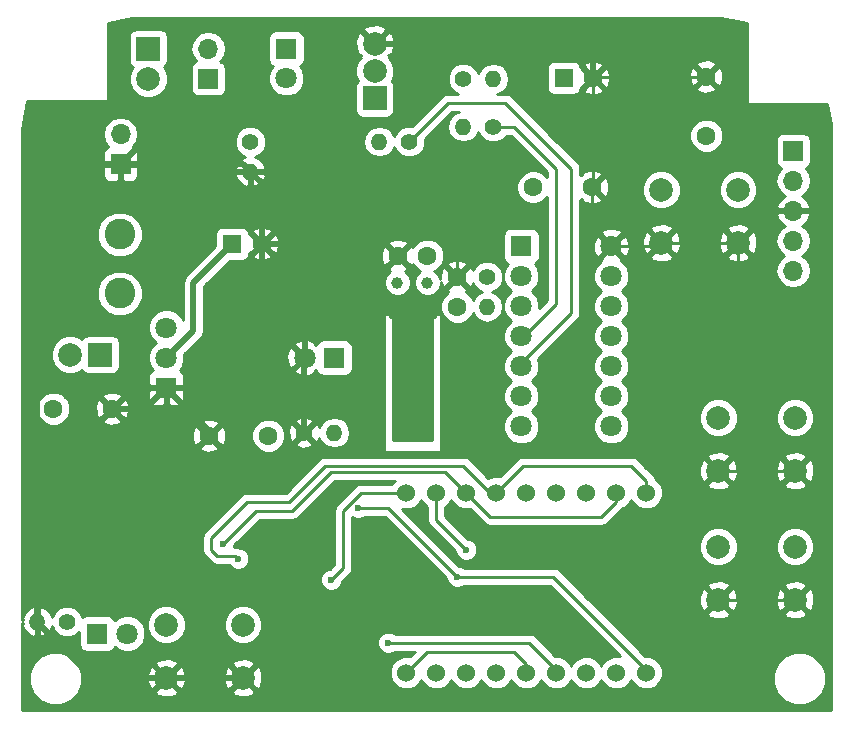
<source format=gbl>
G04 #@! TF.FileFunction,Copper,L2,Bot,Signal*
%FSLAX46Y46*%
G04 Gerber Fmt 4.6, Leading zero omitted, Abs format (unit mm)*
G04 Created by KiCad (PCBNEW 4.0.7) date 06/25/18 21:51:06*
%MOMM*%
%LPD*%
G01*
G04 APERTURE LIST*
%ADD10C,0.150000*%
%ADD11C,1.524000*%
%ADD12C,1.400000*%
%ADD13O,1.400000X1.400000*%
%ADD14C,2.000000*%
%ADD15R,1.800000X1.800000*%
%ADD16C,1.800000*%
%ADD17R,1.600000X1.600000*%
%ADD18C,1.600000*%
%ADD19R,2.000000X2.000000*%
%ADD20R,1.700000X1.700000*%
%ADD21O,1.700000X1.700000*%
%ADD22C,1.000000*%
%ADD23C,2.600000*%
%ADD24C,0.600000*%
%ADD25C,0.500000*%
%ADD26C,0.250000*%
%ADD27C,1.000000*%
%ADD28C,0.254000*%
G04 APERTURE END LIST*
D10*
D11*
X74422000Y-70866000D03*
X71882000Y-70866000D03*
X69342000Y-70866000D03*
X66802000Y-70866000D03*
X64262000Y-70866000D03*
X76962000Y-70866000D03*
X79502000Y-70866000D03*
X82042000Y-70866000D03*
X84582000Y-70866000D03*
X74422000Y-86106000D03*
X71882000Y-86106000D03*
X69342000Y-86106000D03*
X66802000Y-86106000D03*
X64262000Y-86106000D03*
X76962000Y-86106000D03*
X79502000Y-86106000D03*
X82042000Y-86106000D03*
X84582000Y-86106000D03*
D12*
X71628000Y-39878000D03*
D13*
X69088000Y-39878000D03*
D14*
X90678000Y-79938000D03*
X90678000Y-75438000D03*
X97178000Y-79938000D03*
X97178000Y-75438000D03*
D15*
X43942000Y-61976000D03*
D16*
X43942000Y-59436000D03*
X43942000Y-56896000D03*
D17*
X49530000Y-49784000D03*
D18*
X52030000Y-49784000D03*
D14*
X90678000Y-69016000D03*
X90678000Y-64516000D03*
X97178000Y-69016000D03*
X97178000Y-64516000D03*
X43942000Y-86542000D03*
X43942000Y-82042000D03*
X50442000Y-86542000D03*
X50442000Y-82042000D03*
D17*
X77597000Y-35750500D03*
D18*
X80097000Y-35750500D03*
X80000000Y-45000000D03*
X75000000Y-45000000D03*
X89662000Y-40640000D03*
X89662000Y-35640000D03*
X66040000Y-50800000D03*
X63540000Y-50800000D03*
X68580000Y-55118000D03*
X68580000Y-52618000D03*
X39370000Y-63754000D03*
X34370000Y-63754000D03*
D15*
X58166000Y-59436000D03*
D16*
X55666000Y-59436000D03*
D15*
X54102000Y-33274000D03*
D16*
X54102000Y-35774000D03*
D19*
X42418000Y-33274000D03*
D14*
X42418000Y-35814000D03*
D19*
X38354000Y-59182000D03*
D14*
X35814000Y-59182000D03*
D20*
X40068500Y-43053000D03*
D21*
X40068500Y-40513000D03*
D20*
X47498000Y-35814000D03*
D21*
X47498000Y-33274000D03*
D20*
X97028000Y-41910000D03*
D21*
X97028000Y-44450000D03*
X97028000Y-46990000D03*
X97028000Y-49530000D03*
X97028000Y-52070000D03*
D15*
X38100000Y-82804000D03*
D16*
X40640000Y-82804000D03*
D19*
X61595000Y-37465000D03*
D14*
X61595000Y-35165000D03*
X61595000Y-32865000D03*
D12*
X51054000Y-41148000D03*
D13*
X51054000Y-43688000D03*
D12*
X64516000Y-41148000D03*
D13*
X61976000Y-41148000D03*
D12*
X69088000Y-35814000D03*
D13*
X71628000Y-35814000D03*
D12*
X71120000Y-52578000D03*
D13*
X71120000Y-55118000D03*
D12*
X35560000Y-81788000D03*
D13*
X33020000Y-81788000D03*
D14*
X85852000Y-49712000D03*
X85852000Y-45212000D03*
X92352000Y-49712000D03*
X92352000Y-45212000D03*
D15*
X74000000Y-50000000D03*
D16*
X74000000Y-52540000D03*
X74000000Y-55080000D03*
X74000000Y-57620000D03*
X74000000Y-60160000D03*
X74000000Y-62700000D03*
X74000000Y-65240000D03*
X81620000Y-65240000D03*
X81620000Y-62700000D03*
X81620000Y-60160000D03*
X81620000Y-57620000D03*
X81620000Y-55080000D03*
X81620000Y-52540000D03*
X81620000Y-50000000D03*
D22*
X63500000Y-53086000D03*
X66040000Y-53086000D03*
D12*
X55626000Y-65786000D03*
D13*
X58166000Y-65786000D03*
D23*
X40000000Y-49000000D03*
X40000000Y-54000000D03*
D18*
X52578000Y-66040000D03*
X47578000Y-66040000D03*
D24*
X44958000Y-75946000D03*
X62738000Y-83566000D03*
X60198000Y-72136000D03*
X68580000Y-77978000D03*
X50038000Y-76454000D03*
X69342000Y-75692000D03*
X48768000Y-75184000D03*
X57912000Y-78232000D03*
X64516000Y-70866000D03*
D25*
X44958000Y-75946000D02*
X42926000Y-73914000D01*
X42926000Y-73914000D02*
X36068000Y-73914000D01*
X36068000Y-73914000D02*
X33020000Y-70866000D01*
D26*
X97178000Y-69016000D02*
X97210000Y-69016000D01*
X97210000Y-69016000D02*
X98806000Y-70612000D01*
X98806000Y-78310000D02*
X97178000Y-79938000D01*
X98806000Y-70612000D02*
X98806000Y-78310000D01*
X97178000Y-79938000D02*
X90678000Y-79938000D01*
X43942000Y-86542000D02*
X43870000Y-86542000D01*
D25*
X55626000Y-65786000D02*
X55626000Y-59476000D01*
X55626000Y-59476000D02*
X55666000Y-59436000D01*
X47578000Y-66040000D02*
X47578000Y-65612000D01*
X47578000Y-65612000D02*
X43942000Y-61976000D01*
X80097000Y-35750500D02*
X80097000Y-33615000D01*
X79347000Y-32865000D02*
X61595000Y-32865000D01*
X80097000Y-33615000D02*
X79347000Y-32865000D01*
X40068500Y-43053000D02*
X37973000Y-43053000D01*
X33020000Y-48006000D02*
X33020000Y-81788000D01*
X37973000Y-43053000D02*
X33020000Y-48006000D01*
X61595000Y-32865000D02*
X63345000Y-32865000D01*
X63345000Y-32865000D02*
X64008000Y-33528000D01*
X64008000Y-33528000D02*
X64008000Y-38608000D01*
X64008000Y-38608000D02*
X62992000Y-39624000D01*
X62992000Y-39624000D02*
X43497500Y-39624000D01*
X43497500Y-39624000D02*
X40068500Y-43053000D01*
D26*
X97178000Y-69016000D02*
X90678000Y-69016000D01*
X97178000Y-69016000D02*
X97464000Y-69016000D01*
X92352000Y-49712000D02*
X92352000Y-54252000D01*
X99060000Y-67134000D02*
X97178000Y-69016000D01*
X99060000Y-60960000D02*
X99060000Y-67134000D01*
X92352000Y-54252000D02*
X99060000Y-60960000D01*
D25*
X55666000Y-59436000D02*
X55666000Y-56936000D01*
X55666000Y-56936000D02*
X52030000Y-53300000D01*
X52030000Y-53300000D02*
X52030000Y-49784000D01*
X44116000Y-62150000D02*
X43942000Y-61976000D01*
D26*
X68580000Y-52618000D02*
X68580000Y-49784000D01*
X65064000Y-49276000D02*
X63540000Y-50800000D01*
X68072000Y-49276000D02*
X65064000Y-49276000D01*
X68580000Y-49784000D02*
X68072000Y-49276000D01*
X63540000Y-50800000D02*
X63540000Y-50252000D01*
X89662000Y-35640000D02*
X80207500Y-35640000D01*
X80207500Y-35640000D02*
X80097000Y-35750500D01*
X97028000Y-46990000D02*
X95074000Y-46990000D01*
X95074000Y-46990000D02*
X92352000Y-49712000D01*
X43942000Y-61976000D02*
X43942000Y-63754000D01*
X43942000Y-63754000D02*
X40640000Y-67056000D01*
X40640000Y-67056000D02*
X36830000Y-67056000D01*
X36830000Y-67056000D02*
X33020000Y-70866000D01*
X33020000Y-70866000D02*
X33020000Y-81788000D01*
X81620000Y-50000000D02*
X85564000Y-50000000D01*
X85564000Y-50000000D02*
X85852000Y-49712000D01*
X92352000Y-49712000D02*
X85852000Y-49712000D01*
D25*
X39370000Y-63754000D02*
X42164000Y-63754000D01*
X42164000Y-63754000D02*
X43942000Y-61976000D01*
X52030000Y-49784000D02*
X62524000Y-49784000D01*
X62524000Y-49784000D02*
X63540000Y-50800000D01*
X52030000Y-49784000D02*
X52030000Y-44664000D01*
X52030000Y-44664000D02*
X51054000Y-43688000D01*
X40068500Y-43053000D02*
X50419000Y-43053000D01*
X50419000Y-43053000D02*
X51054000Y-43688000D01*
X43942000Y-86542000D02*
X37774000Y-86542000D01*
X37774000Y-86542000D02*
X33020000Y-81788000D01*
X50442000Y-86542000D02*
X43942000Y-86542000D01*
D26*
X80097000Y-35750500D02*
X80097000Y-44903000D01*
X80097000Y-44903000D02*
X80000000Y-45000000D01*
X80000000Y-48380000D02*
X80000000Y-45000000D01*
X81620000Y-50000000D02*
X80000000Y-48380000D01*
D25*
X43942000Y-59436000D02*
X46228000Y-57150000D01*
X46228000Y-57150000D02*
X46228000Y-53086000D01*
X46228000Y-53086000D02*
X49530000Y-49784000D01*
D27*
X47498000Y-35814000D02*
X47538000Y-35774000D01*
D26*
X74000000Y-60160000D02*
X74000000Y-59858000D01*
X74000000Y-59858000D02*
X78232000Y-55626000D01*
X78232000Y-55626000D02*
X78232000Y-43434000D01*
X78232000Y-43434000D02*
X72644000Y-37846000D01*
X72644000Y-37846000D02*
X67818000Y-37846000D01*
X67818000Y-37846000D02*
X64516000Y-41148000D01*
X64516000Y-41148000D02*
X65024000Y-41148000D01*
X74000000Y-57620000D02*
X74206000Y-57620000D01*
X74206000Y-57620000D02*
X76962000Y-54864000D01*
X73406000Y-39878000D02*
X71628000Y-39878000D01*
X76962000Y-43434000D02*
X73406000Y-39878000D01*
X76962000Y-54864000D02*
X76962000Y-43434000D01*
X74000000Y-57620000D02*
X74000000Y-57318000D01*
X74422000Y-86106000D02*
X74422000Y-85344000D01*
X74422000Y-85344000D02*
X73406000Y-84328000D01*
X73406000Y-84328000D02*
X66040000Y-84328000D01*
X66040000Y-84328000D02*
X64262000Y-86106000D01*
X76962000Y-86106000D02*
X76962000Y-85852000D01*
X76962000Y-85852000D02*
X74676000Y-83566000D01*
X74676000Y-83566000D02*
X62738000Y-83566000D01*
X84582000Y-86106000D02*
X84582000Y-85852000D01*
X84582000Y-85852000D02*
X76708000Y-77978000D01*
X76708000Y-77978000D02*
X68580000Y-77978000D01*
X62738000Y-72136000D02*
X60198000Y-72136000D01*
X68580000Y-77978000D02*
X62738000Y-72136000D01*
X84582000Y-70866000D02*
X84582000Y-69850000D01*
X74168000Y-68580000D02*
X71882000Y-70866000D01*
X83312000Y-68580000D02*
X74168000Y-68580000D01*
X84582000Y-69850000D02*
X83312000Y-68580000D01*
X71882000Y-70866000D02*
X71374000Y-70866000D01*
X71374000Y-70866000D02*
X69088000Y-68580000D01*
X69088000Y-68580000D02*
X57404000Y-68580000D01*
X57404000Y-68580000D02*
X54356000Y-71628000D01*
X54356000Y-71628000D02*
X50800000Y-71628000D01*
X50800000Y-71628000D02*
X47752000Y-74676000D01*
X47752000Y-74676000D02*
X47752000Y-75692000D01*
X47752000Y-75692000D02*
X48260000Y-76200000D01*
X48260000Y-76200000D02*
X49784000Y-76200000D01*
X49784000Y-76200000D02*
X50038000Y-76454000D01*
X66802000Y-73152000D02*
X66802000Y-70866000D01*
X69342000Y-75692000D02*
X66802000Y-73152000D01*
X66802000Y-70866000D02*
X66802000Y-71120000D01*
X82042000Y-70866000D02*
X82042000Y-71628000D01*
X82042000Y-71628000D02*
X80772000Y-72898000D01*
X80772000Y-72898000D02*
X71374000Y-72898000D01*
X71374000Y-72898000D02*
X69342000Y-70866000D01*
X69342000Y-70866000D02*
X67564000Y-69088000D01*
X51562000Y-72390000D02*
X48768000Y-75184000D01*
X54610000Y-72390000D02*
X51562000Y-72390000D01*
X57912000Y-69088000D02*
X54610000Y-72390000D01*
X67564000Y-69088000D02*
X57912000Y-69088000D01*
X79248000Y-71120000D02*
X79248000Y-70358000D01*
X64262000Y-70866000D02*
X60452000Y-70866000D01*
X58928000Y-77216000D02*
X57912000Y-78232000D01*
X58928000Y-72390000D02*
X58928000Y-77216000D01*
X60452000Y-70866000D02*
X58928000Y-72390000D01*
D28*
G36*
X93091000Y-31139836D02*
X93091000Y-37846000D01*
X93101006Y-37895410D01*
X93129447Y-37937035D01*
X93171841Y-37964315D01*
X93218000Y-37973000D01*
X99872894Y-37973000D01*
X100203000Y-39632553D01*
X100203000Y-89281000D01*
X31710000Y-89281000D01*
X31710000Y-87056619D01*
X32308613Y-87056619D01*
X32648155Y-87878372D01*
X33276321Y-88507636D01*
X34097481Y-88848611D01*
X34986619Y-88849387D01*
X35808372Y-88509845D01*
X36437636Y-87881679D01*
X36515346Y-87694532D01*
X42969073Y-87694532D01*
X43067736Y-87961387D01*
X43677461Y-88187908D01*
X44327460Y-88163856D01*
X44816264Y-87961387D01*
X44914927Y-87694532D01*
X49469073Y-87694532D01*
X49567736Y-87961387D01*
X50177461Y-88187908D01*
X50827460Y-88163856D01*
X51316264Y-87961387D01*
X51414927Y-87694532D01*
X50442000Y-86721605D01*
X49469073Y-87694532D01*
X44914927Y-87694532D01*
X43942000Y-86721605D01*
X42969073Y-87694532D01*
X36515346Y-87694532D01*
X36778611Y-87060519D01*
X36779294Y-86277461D01*
X42296092Y-86277461D01*
X42320144Y-86927460D01*
X42522613Y-87416264D01*
X42789468Y-87514927D01*
X43762395Y-86542000D01*
X44121605Y-86542000D01*
X45094532Y-87514927D01*
X45361387Y-87416264D01*
X45587908Y-86806539D01*
X45568331Y-86277461D01*
X48796092Y-86277461D01*
X48820144Y-86927460D01*
X49022613Y-87416264D01*
X49289468Y-87514927D01*
X50262395Y-86542000D01*
X50621605Y-86542000D01*
X51594532Y-87514927D01*
X51861387Y-87416264D01*
X52087908Y-86806539D01*
X52063856Y-86156540D01*
X51861387Y-85667736D01*
X51594532Y-85569073D01*
X50621605Y-86542000D01*
X50262395Y-86542000D01*
X49289468Y-85569073D01*
X49022613Y-85667736D01*
X48796092Y-86277461D01*
X45568331Y-86277461D01*
X45563856Y-86156540D01*
X45361387Y-85667736D01*
X45094532Y-85569073D01*
X44121605Y-86542000D01*
X43762395Y-86542000D01*
X42789468Y-85569073D01*
X42522613Y-85667736D01*
X42296092Y-86277461D01*
X36779294Y-86277461D01*
X36779387Y-86171381D01*
X36456307Y-85389468D01*
X42969073Y-85389468D01*
X43942000Y-86362395D01*
X44914927Y-85389468D01*
X49469073Y-85389468D01*
X50442000Y-86362395D01*
X51414927Y-85389468D01*
X51316264Y-85122613D01*
X50706539Y-84896092D01*
X50056540Y-84920144D01*
X49567736Y-85122613D01*
X49469073Y-85389468D01*
X44914927Y-85389468D01*
X44816264Y-85122613D01*
X44206539Y-84896092D01*
X43556540Y-84920144D01*
X43067736Y-85122613D01*
X42969073Y-85389468D01*
X36456307Y-85389468D01*
X36439845Y-85349628D01*
X35811679Y-84720364D01*
X34990519Y-84379389D01*
X34101381Y-84378613D01*
X33279628Y-84718155D01*
X32650364Y-85346321D01*
X32309389Y-86167481D01*
X32308613Y-87056619D01*
X31710000Y-87056619D01*
X31710000Y-81915002D01*
X31850625Y-81915002D01*
X31727284Y-82121329D01*
X31870203Y-82466396D01*
X32217337Y-82854764D01*
X32686669Y-83080727D01*
X32893000Y-82958206D01*
X32893000Y-81915000D01*
X32873000Y-81915000D01*
X32873000Y-81661000D01*
X32893000Y-81661000D01*
X32893000Y-80617794D01*
X33147000Y-80617794D01*
X33147000Y-81661000D01*
X33167000Y-81661000D01*
X33167000Y-81915000D01*
X33147000Y-81915000D01*
X33147000Y-82958206D01*
X33353331Y-83080727D01*
X33822663Y-82854764D01*
X34169797Y-82466396D01*
X34282951Y-82193194D01*
X34427582Y-82543229D01*
X34802796Y-82919098D01*
X35293287Y-83122768D01*
X35824383Y-83123231D01*
X36315229Y-82920418D01*
X36552560Y-82683501D01*
X36552560Y-83704000D01*
X36596838Y-83939317D01*
X36735910Y-84155441D01*
X36948110Y-84300431D01*
X37200000Y-84351440D01*
X39000000Y-84351440D01*
X39235317Y-84307162D01*
X39451441Y-84168090D01*
X39596431Y-83955890D01*
X39600567Y-83935466D01*
X39769357Y-84104551D01*
X40333330Y-84338733D01*
X40943991Y-84339265D01*
X41508371Y-84106068D01*
X41940551Y-83674643D01*
X42174733Y-83110670D01*
X42175265Y-82500009D01*
X42119809Y-82365795D01*
X42306716Y-82365795D01*
X42555106Y-82966943D01*
X43014637Y-83427278D01*
X43615352Y-83676716D01*
X44265795Y-83677284D01*
X44866943Y-83428894D01*
X45327278Y-82969363D01*
X45576716Y-82368648D01*
X45576718Y-82365795D01*
X48806716Y-82365795D01*
X49055106Y-82966943D01*
X49514637Y-83427278D01*
X50115352Y-83676716D01*
X50765795Y-83677284D01*
X51366943Y-83428894D01*
X51827278Y-82969363D01*
X52076716Y-82368648D01*
X52077284Y-81718205D01*
X51828894Y-81117057D01*
X51369363Y-80656722D01*
X50768648Y-80407284D01*
X50118205Y-80406716D01*
X49517057Y-80655106D01*
X49056722Y-81114637D01*
X48807284Y-81715352D01*
X48806716Y-82365795D01*
X45576718Y-82365795D01*
X45577284Y-81718205D01*
X45328894Y-81117057D01*
X44869363Y-80656722D01*
X44268648Y-80407284D01*
X43618205Y-80406716D01*
X43017057Y-80655106D01*
X42556722Y-81114637D01*
X42307284Y-81715352D01*
X42306716Y-82365795D01*
X42119809Y-82365795D01*
X41942068Y-81935629D01*
X41510643Y-81503449D01*
X40946670Y-81269267D01*
X40336009Y-81268735D01*
X39771629Y-81501932D01*
X39603387Y-81669880D01*
X39603162Y-81668683D01*
X39464090Y-81452559D01*
X39251890Y-81307569D01*
X39000000Y-81256560D01*
X37200000Y-81256560D01*
X36964683Y-81300838D01*
X36837102Y-81382934D01*
X36692418Y-81032771D01*
X36317204Y-80656902D01*
X35826713Y-80453232D01*
X35295617Y-80452769D01*
X34804771Y-80655582D01*
X34428902Y-81030796D01*
X34282843Y-81382545D01*
X34169797Y-81109604D01*
X33822663Y-80721236D01*
X33353331Y-80495273D01*
X33147000Y-80617794D01*
X32893000Y-80617794D01*
X32686669Y-80495273D01*
X32217337Y-80721236D01*
X31870203Y-81109604D01*
X31727284Y-81454671D01*
X31850625Y-81660998D01*
X31710000Y-81660998D01*
X31710000Y-74676000D01*
X46992000Y-74676000D01*
X46992000Y-75692000D01*
X47049852Y-75982839D01*
X47214599Y-76229401D01*
X47722599Y-76737401D01*
X47969161Y-76902148D01*
X48260000Y-76960000D01*
X49235403Y-76960000D01*
X49244883Y-76982943D01*
X49507673Y-77246192D01*
X49851201Y-77388838D01*
X50223167Y-77389162D01*
X50566943Y-77247117D01*
X50830192Y-76984327D01*
X50972838Y-76640799D01*
X50973162Y-76268833D01*
X50831117Y-75925057D01*
X50568327Y-75661808D01*
X50224799Y-75519162D01*
X50106578Y-75519059D01*
X50074839Y-75497852D01*
X49784000Y-75440000D01*
X49674103Y-75440000D01*
X49702838Y-75370799D01*
X49702879Y-75323923D01*
X51876802Y-73150000D01*
X54610000Y-73150000D01*
X54900839Y-73092148D01*
X55147401Y-72927401D01*
X58226802Y-69848000D01*
X63304395Y-69848000D01*
X63078371Y-70073630D01*
X63064930Y-70106000D01*
X60452000Y-70106000D01*
X60209414Y-70154254D01*
X60161160Y-70163852D01*
X59914599Y-70328599D01*
X58390599Y-71852599D01*
X58225852Y-72099161D01*
X58168000Y-72390000D01*
X58168000Y-76901198D01*
X57772320Y-77296878D01*
X57726833Y-77296838D01*
X57383057Y-77438883D01*
X57119808Y-77701673D01*
X56977162Y-78045201D01*
X56976838Y-78417167D01*
X57118883Y-78760943D01*
X57381673Y-79024192D01*
X57725201Y-79166838D01*
X58097167Y-79167162D01*
X58440943Y-79025117D01*
X58704192Y-78762327D01*
X58846838Y-78418799D01*
X58846879Y-78371923D01*
X59465401Y-77753401D01*
X59630148Y-77506839D01*
X59688000Y-77216000D01*
X59688000Y-72936633D01*
X60011201Y-73070838D01*
X60383167Y-73071162D01*
X60726943Y-72929117D01*
X60760118Y-72896000D01*
X62423198Y-72896000D01*
X67644878Y-78117680D01*
X67644838Y-78163167D01*
X67786883Y-78506943D01*
X68049673Y-78770192D01*
X68393201Y-78912838D01*
X68765167Y-78913162D01*
X69108943Y-78771117D01*
X69142118Y-78738000D01*
X76393198Y-78738000D01*
X82395217Y-84740019D01*
X82321100Y-84709243D01*
X81765339Y-84708758D01*
X81251697Y-84920990D01*
X80858371Y-85313630D01*
X80772051Y-85521512D01*
X80687010Y-85315697D01*
X80294370Y-84922371D01*
X79781100Y-84709243D01*
X79225339Y-84708758D01*
X78711697Y-84920990D01*
X78318371Y-85313630D01*
X78232051Y-85521512D01*
X78147010Y-85315697D01*
X77754370Y-84922371D01*
X77241100Y-84709243D01*
X76893742Y-84708940D01*
X75213401Y-83028599D01*
X74966839Y-82863852D01*
X74676000Y-82806000D01*
X63300463Y-82806000D01*
X63268327Y-82773808D01*
X62924799Y-82631162D01*
X62552833Y-82630838D01*
X62209057Y-82772883D01*
X61945808Y-83035673D01*
X61803162Y-83379201D01*
X61802838Y-83751167D01*
X61944883Y-84094943D01*
X62207673Y-84358192D01*
X62551201Y-84500838D01*
X62923167Y-84501162D01*
X63266943Y-84359117D01*
X63300118Y-84326000D01*
X64967198Y-84326000D01*
X64571381Y-84721817D01*
X64541100Y-84709243D01*
X63985339Y-84708758D01*
X63471697Y-84920990D01*
X63078371Y-85313630D01*
X62865243Y-85826900D01*
X62864758Y-86382661D01*
X63076990Y-86896303D01*
X63469630Y-87289629D01*
X63982900Y-87502757D01*
X64538661Y-87503242D01*
X65052303Y-87291010D01*
X65445629Y-86898370D01*
X65531949Y-86690488D01*
X65616990Y-86896303D01*
X66009630Y-87289629D01*
X66522900Y-87502757D01*
X67078661Y-87503242D01*
X67592303Y-87291010D01*
X67985629Y-86898370D01*
X68071949Y-86690488D01*
X68156990Y-86896303D01*
X68549630Y-87289629D01*
X69062900Y-87502757D01*
X69618661Y-87503242D01*
X70132303Y-87291010D01*
X70525629Y-86898370D01*
X70611949Y-86690488D01*
X70696990Y-86896303D01*
X71089630Y-87289629D01*
X71602900Y-87502757D01*
X72158661Y-87503242D01*
X72672303Y-87291010D01*
X73065629Y-86898370D01*
X73151949Y-86690488D01*
X73236990Y-86896303D01*
X73629630Y-87289629D01*
X74142900Y-87502757D01*
X74698661Y-87503242D01*
X75212303Y-87291010D01*
X75605629Y-86898370D01*
X75691949Y-86690488D01*
X75776990Y-86896303D01*
X76169630Y-87289629D01*
X76682900Y-87502757D01*
X77238661Y-87503242D01*
X77752303Y-87291010D01*
X78145629Y-86898370D01*
X78231949Y-86690488D01*
X78316990Y-86896303D01*
X78709630Y-87289629D01*
X79222900Y-87502757D01*
X79778661Y-87503242D01*
X80292303Y-87291010D01*
X80685629Y-86898370D01*
X80771949Y-86690488D01*
X80856990Y-86896303D01*
X81249630Y-87289629D01*
X81762900Y-87502757D01*
X82318661Y-87503242D01*
X82832303Y-87291010D01*
X83225629Y-86898370D01*
X83311949Y-86690488D01*
X83396990Y-86896303D01*
X83789630Y-87289629D01*
X84302900Y-87502757D01*
X84858661Y-87503242D01*
X85372303Y-87291010D01*
X85607103Y-87056619D01*
X95300613Y-87056619D01*
X95640155Y-87878372D01*
X96268321Y-88507636D01*
X97089481Y-88848611D01*
X97978619Y-88849387D01*
X98800372Y-88509845D01*
X99429636Y-87881679D01*
X99770611Y-87060519D01*
X99771387Y-86171381D01*
X99431845Y-85349628D01*
X98803679Y-84720364D01*
X97982519Y-84379389D01*
X97093381Y-84378613D01*
X96271628Y-84718155D01*
X95642364Y-85346321D01*
X95301389Y-86167481D01*
X95300613Y-87056619D01*
X85607103Y-87056619D01*
X85765629Y-86898370D01*
X85978757Y-86385100D01*
X85979242Y-85829339D01*
X85767010Y-85315697D01*
X85374370Y-84922371D01*
X84861100Y-84709243D01*
X84513742Y-84708940D01*
X80895334Y-81090532D01*
X89705073Y-81090532D01*
X89803736Y-81357387D01*
X90413461Y-81583908D01*
X91063460Y-81559856D01*
X91552264Y-81357387D01*
X91650927Y-81090532D01*
X96205073Y-81090532D01*
X96303736Y-81357387D01*
X96913461Y-81583908D01*
X97563460Y-81559856D01*
X98052264Y-81357387D01*
X98150927Y-81090532D01*
X97178000Y-80117605D01*
X96205073Y-81090532D01*
X91650927Y-81090532D01*
X90678000Y-80117605D01*
X89705073Y-81090532D01*
X80895334Y-81090532D01*
X79478263Y-79673461D01*
X89032092Y-79673461D01*
X89056144Y-80323460D01*
X89258613Y-80812264D01*
X89525468Y-80910927D01*
X90498395Y-79938000D01*
X90857605Y-79938000D01*
X91830532Y-80910927D01*
X92097387Y-80812264D01*
X92323908Y-80202539D01*
X92304331Y-79673461D01*
X95532092Y-79673461D01*
X95556144Y-80323460D01*
X95758613Y-80812264D01*
X96025468Y-80910927D01*
X96998395Y-79938000D01*
X97357605Y-79938000D01*
X98330532Y-80910927D01*
X98597387Y-80812264D01*
X98823908Y-80202539D01*
X98799856Y-79552540D01*
X98597387Y-79063736D01*
X98330532Y-78965073D01*
X97357605Y-79938000D01*
X96998395Y-79938000D01*
X96025468Y-78965073D01*
X95758613Y-79063736D01*
X95532092Y-79673461D01*
X92304331Y-79673461D01*
X92299856Y-79552540D01*
X92097387Y-79063736D01*
X91830532Y-78965073D01*
X90857605Y-79938000D01*
X90498395Y-79938000D01*
X89525468Y-78965073D01*
X89258613Y-79063736D01*
X89032092Y-79673461D01*
X79478263Y-79673461D01*
X78590270Y-78785468D01*
X89705073Y-78785468D01*
X90678000Y-79758395D01*
X91650927Y-78785468D01*
X96205073Y-78785468D01*
X97178000Y-79758395D01*
X98150927Y-78785468D01*
X98052264Y-78518613D01*
X97442539Y-78292092D01*
X96792540Y-78316144D01*
X96303736Y-78518613D01*
X96205073Y-78785468D01*
X91650927Y-78785468D01*
X91552264Y-78518613D01*
X90942539Y-78292092D01*
X90292540Y-78316144D01*
X89803736Y-78518613D01*
X89705073Y-78785468D01*
X78590270Y-78785468D01*
X77245401Y-77440599D01*
X76998839Y-77275852D01*
X76708000Y-77218000D01*
X69142463Y-77218000D01*
X69110327Y-77185808D01*
X68766799Y-77043162D01*
X68719923Y-77043121D01*
X63908783Y-72231981D01*
X63982900Y-72262757D01*
X64538661Y-72263242D01*
X65052303Y-72051010D01*
X65445629Y-71658370D01*
X65531949Y-71450488D01*
X65616990Y-71656303D01*
X66009630Y-72049629D01*
X66042000Y-72063070D01*
X66042000Y-73152000D01*
X66099852Y-73442839D01*
X66264599Y-73689401D01*
X68406878Y-75831680D01*
X68406838Y-75877167D01*
X68548883Y-76220943D01*
X68811673Y-76484192D01*
X69155201Y-76626838D01*
X69527167Y-76627162D01*
X69870943Y-76485117D01*
X70134192Y-76222327D01*
X70276838Y-75878799D01*
X70276939Y-75761795D01*
X89042716Y-75761795D01*
X89291106Y-76362943D01*
X89750637Y-76823278D01*
X90351352Y-77072716D01*
X91001795Y-77073284D01*
X91602943Y-76824894D01*
X92063278Y-76365363D01*
X92312716Y-75764648D01*
X92312718Y-75761795D01*
X95542716Y-75761795D01*
X95791106Y-76362943D01*
X96250637Y-76823278D01*
X96851352Y-77072716D01*
X97501795Y-77073284D01*
X98102943Y-76824894D01*
X98563278Y-76365363D01*
X98812716Y-75764648D01*
X98813284Y-75114205D01*
X98564894Y-74513057D01*
X98105363Y-74052722D01*
X97504648Y-73803284D01*
X96854205Y-73802716D01*
X96253057Y-74051106D01*
X95792722Y-74510637D01*
X95543284Y-75111352D01*
X95542716Y-75761795D01*
X92312718Y-75761795D01*
X92313284Y-75114205D01*
X92064894Y-74513057D01*
X91605363Y-74052722D01*
X91004648Y-73803284D01*
X90354205Y-73802716D01*
X89753057Y-74051106D01*
X89292722Y-74510637D01*
X89043284Y-75111352D01*
X89042716Y-75761795D01*
X70276939Y-75761795D01*
X70277162Y-75506833D01*
X70135117Y-75163057D01*
X69872327Y-74899808D01*
X69528799Y-74757162D01*
X69481923Y-74757121D01*
X67562000Y-72837198D01*
X67562000Y-72063531D01*
X67592303Y-72051010D01*
X67985629Y-71658370D01*
X68071949Y-71450488D01*
X68156990Y-71656303D01*
X68549630Y-72049629D01*
X69062900Y-72262757D01*
X69618661Y-72263242D01*
X69651055Y-72249857D01*
X70836599Y-73435401D01*
X71083161Y-73600148D01*
X71374000Y-73658000D01*
X80772000Y-73658000D01*
X81062839Y-73600148D01*
X81309401Y-73435401D01*
X82579401Y-72165401D01*
X82588534Y-72151733D01*
X82832303Y-72051010D01*
X83225629Y-71658370D01*
X83311949Y-71450488D01*
X83396990Y-71656303D01*
X83789630Y-72049629D01*
X84302900Y-72262757D01*
X84858661Y-72263242D01*
X85372303Y-72051010D01*
X85765629Y-71658370D01*
X85978757Y-71145100D01*
X85979242Y-70589339D01*
X85805369Y-70168532D01*
X89705073Y-70168532D01*
X89803736Y-70435387D01*
X90413461Y-70661908D01*
X91063460Y-70637856D01*
X91552264Y-70435387D01*
X91650927Y-70168532D01*
X96205073Y-70168532D01*
X96303736Y-70435387D01*
X96913461Y-70661908D01*
X97563460Y-70637856D01*
X98052264Y-70435387D01*
X98150927Y-70168532D01*
X97178000Y-69195605D01*
X96205073Y-70168532D01*
X91650927Y-70168532D01*
X90678000Y-69195605D01*
X89705073Y-70168532D01*
X85805369Y-70168532D01*
X85767010Y-70075697D01*
X85374370Y-69682371D01*
X85302740Y-69652628D01*
X85284148Y-69559161D01*
X85284148Y-69559160D01*
X85119401Y-69312599D01*
X84558263Y-68751461D01*
X89032092Y-68751461D01*
X89056144Y-69401460D01*
X89258613Y-69890264D01*
X89525468Y-69988927D01*
X90498395Y-69016000D01*
X90857605Y-69016000D01*
X91830532Y-69988927D01*
X92097387Y-69890264D01*
X92323908Y-69280539D01*
X92304331Y-68751461D01*
X95532092Y-68751461D01*
X95556144Y-69401460D01*
X95758613Y-69890264D01*
X96025468Y-69988927D01*
X96998395Y-69016000D01*
X97357605Y-69016000D01*
X98330532Y-69988927D01*
X98597387Y-69890264D01*
X98823908Y-69280539D01*
X98799856Y-68630540D01*
X98597387Y-68141736D01*
X98330532Y-68043073D01*
X97357605Y-69016000D01*
X96998395Y-69016000D01*
X96025468Y-68043073D01*
X95758613Y-68141736D01*
X95532092Y-68751461D01*
X92304331Y-68751461D01*
X92299856Y-68630540D01*
X92097387Y-68141736D01*
X91830532Y-68043073D01*
X90857605Y-69016000D01*
X90498395Y-69016000D01*
X89525468Y-68043073D01*
X89258613Y-68141736D01*
X89032092Y-68751461D01*
X84558263Y-68751461D01*
X83849401Y-68042599D01*
X83602839Y-67877852D01*
X83530527Y-67863468D01*
X89705073Y-67863468D01*
X90678000Y-68836395D01*
X91650927Y-67863468D01*
X96205073Y-67863468D01*
X97178000Y-68836395D01*
X98150927Y-67863468D01*
X98052264Y-67596613D01*
X97442539Y-67370092D01*
X96792540Y-67394144D01*
X96303736Y-67596613D01*
X96205073Y-67863468D01*
X91650927Y-67863468D01*
X91552264Y-67596613D01*
X90942539Y-67370092D01*
X90292540Y-67394144D01*
X89803736Y-67596613D01*
X89705073Y-67863468D01*
X83530527Y-67863468D01*
X83312000Y-67820000D01*
X74168000Y-67820000D01*
X73877160Y-67877852D01*
X73630599Y-68042599D01*
X72191381Y-69481817D01*
X72161100Y-69469243D01*
X71605339Y-69468758D01*
X71213475Y-69630673D01*
X69625401Y-68042599D01*
X69378839Y-67877852D01*
X69088000Y-67820000D01*
X57404000Y-67820000D01*
X57113161Y-67877852D01*
X56866599Y-68042599D01*
X54041198Y-70868000D01*
X50800000Y-70868000D01*
X50509161Y-70925852D01*
X50262599Y-71090599D01*
X47214599Y-74138599D01*
X47049852Y-74385161D01*
X46992000Y-74676000D01*
X31710000Y-74676000D01*
X31710000Y-67047745D01*
X46749861Y-67047745D01*
X46823995Y-67293864D01*
X47361223Y-67486965D01*
X47931454Y-67459778D01*
X48332005Y-67293864D01*
X48406139Y-67047745D01*
X47578000Y-66219605D01*
X46749861Y-67047745D01*
X31710000Y-67047745D01*
X31710000Y-65823223D01*
X46131035Y-65823223D01*
X46158222Y-66393454D01*
X46324136Y-66794005D01*
X46570255Y-66868139D01*
X47398395Y-66040000D01*
X47757605Y-66040000D01*
X48585745Y-66868139D01*
X48831864Y-66794005D01*
X49000735Y-66324187D01*
X51142752Y-66324187D01*
X51360757Y-66851800D01*
X51764077Y-67255824D01*
X52291309Y-67474750D01*
X52862187Y-67475248D01*
X53389800Y-67257243D01*
X53793824Y-66853923D01*
X53848904Y-66721275D01*
X54870331Y-66721275D01*
X54932169Y-66957042D01*
X55433122Y-67133419D01*
X55963440Y-67104664D01*
X56319831Y-66957042D01*
X56381669Y-66721275D01*
X55626000Y-65965605D01*
X54870331Y-66721275D01*
X53848904Y-66721275D01*
X54012750Y-66326691D01*
X54013248Y-65755813D01*
X53946026Y-65593122D01*
X54278581Y-65593122D01*
X54307336Y-66123440D01*
X54454958Y-66479831D01*
X54690725Y-66541669D01*
X55446395Y-65786000D01*
X55805605Y-65786000D01*
X56561275Y-66541669D01*
X56797042Y-66479831D01*
X56890217Y-66215190D01*
X56906467Y-66296882D01*
X57195858Y-66729988D01*
X57628964Y-67019379D01*
X58139846Y-67121000D01*
X58192154Y-67121000D01*
X58703036Y-67019379D01*
X59136142Y-66729988D01*
X59425533Y-66296882D01*
X59527154Y-65786000D01*
X59425533Y-65275118D01*
X59136142Y-64842012D01*
X58703036Y-64552621D01*
X58192154Y-64451000D01*
X58139846Y-64451000D01*
X57628964Y-64552621D01*
X57195858Y-64842012D01*
X56906467Y-65275118D01*
X56895552Y-65329993D01*
X56797042Y-65092169D01*
X56561275Y-65030331D01*
X55805605Y-65786000D01*
X55446395Y-65786000D01*
X54690725Y-65030331D01*
X54454958Y-65092169D01*
X54278581Y-65593122D01*
X53946026Y-65593122D01*
X53795243Y-65228200D01*
X53418426Y-64850725D01*
X54870331Y-64850725D01*
X55626000Y-65606395D01*
X56381669Y-64850725D01*
X56319831Y-64614958D01*
X55818878Y-64438581D01*
X55288560Y-64467336D01*
X54932169Y-64614958D01*
X54870331Y-64850725D01*
X53418426Y-64850725D01*
X53391923Y-64824176D01*
X52864691Y-64605250D01*
X52293813Y-64604752D01*
X51766200Y-64822757D01*
X51362176Y-65226077D01*
X51143250Y-65753309D01*
X51142752Y-66324187D01*
X49000735Y-66324187D01*
X49024965Y-66256777D01*
X48997778Y-65686546D01*
X48831864Y-65285995D01*
X48585745Y-65211861D01*
X47757605Y-66040000D01*
X47398395Y-66040000D01*
X46570255Y-65211861D01*
X46324136Y-65285995D01*
X46131035Y-65823223D01*
X31710000Y-65823223D01*
X31710000Y-64038187D01*
X32934752Y-64038187D01*
X33152757Y-64565800D01*
X33556077Y-64969824D01*
X34083309Y-65188750D01*
X34654187Y-65189248D01*
X35181800Y-64971243D01*
X35391663Y-64761745D01*
X38541861Y-64761745D01*
X38615995Y-65007864D01*
X39153223Y-65200965D01*
X39723454Y-65173778D01*
X40065120Y-65032255D01*
X46749861Y-65032255D01*
X47578000Y-65860395D01*
X48406139Y-65032255D01*
X48332005Y-64786136D01*
X47794777Y-64593035D01*
X47224546Y-64620222D01*
X46823995Y-64786136D01*
X46749861Y-65032255D01*
X40065120Y-65032255D01*
X40124005Y-65007864D01*
X40198139Y-64761745D01*
X39370000Y-63933605D01*
X38541861Y-64761745D01*
X35391663Y-64761745D01*
X35585824Y-64567923D01*
X35804750Y-64040691D01*
X35805189Y-63537223D01*
X37923035Y-63537223D01*
X37950222Y-64107454D01*
X38116136Y-64508005D01*
X38362255Y-64582139D01*
X39190395Y-63754000D01*
X39549605Y-63754000D01*
X40377745Y-64582139D01*
X40623864Y-64508005D01*
X40816965Y-63970777D01*
X40789778Y-63400546D01*
X40623864Y-62999995D01*
X40377745Y-62925861D01*
X39549605Y-63754000D01*
X39190395Y-63754000D01*
X38362255Y-62925861D01*
X38116136Y-62999995D01*
X37923035Y-63537223D01*
X35805189Y-63537223D01*
X35805248Y-63469813D01*
X35587243Y-62942200D01*
X35391640Y-62746255D01*
X38541861Y-62746255D01*
X39370000Y-63574395D01*
X40198139Y-62746255D01*
X40124005Y-62500136D01*
X39586777Y-62307035D01*
X39016546Y-62334222D01*
X38615995Y-62500136D01*
X38541861Y-62746255D01*
X35391640Y-62746255D01*
X35183923Y-62538176D01*
X34656691Y-62319250D01*
X34085813Y-62318752D01*
X33558200Y-62536757D01*
X33154176Y-62940077D01*
X32935250Y-63467309D01*
X32934752Y-64038187D01*
X31710000Y-64038187D01*
X31710000Y-62261750D01*
X42407000Y-62261750D01*
X42407000Y-63002310D01*
X42503673Y-63235699D01*
X42682302Y-63414327D01*
X42915691Y-63511000D01*
X43656250Y-63511000D01*
X43815000Y-63352250D01*
X43815000Y-62103000D01*
X44069000Y-62103000D01*
X44069000Y-63352250D01*
X44227750Y-63511000D01*
X44968309Y-63511000D01*
X45201698Y-63414327D01*
X45380327Y-63235699D01*
X45477000Y-63002310D01*
X45477000Y-62261750D01*
X45318250Y-62103000D01*
X44069000Y-62103000D01*
X43815000Y-62103000D01*
X42565750Y-62103000D01*
X42407000Y-62261750D01*
X31710000Y-62261750D01*
X31710000Y-59505795D01*
X34178716Y-59505795D01*
X34427106Y-60106943D01*
X34886637Y-60567278D01*
X35487352Y-60816716D01*
X36137795Y-60817284D01*
X36738943Y-60568894D01*
X36805574Y-60502379D01*
X36889910Y-60633441D01*
X37102110Y-60778431D01*
X37354000Y-60829440D01*
X39354000Y-60829440D01*
X39589317Y-60785162D01*
X39805441Y-60646090D01*
X39950431Y-60433890D01*
X40001440Y-60182000D01*
X40001440Y-58182000D01*
X39957162Y-57946683D01*
X39818090Y-57730559D01*
X39605890Y-57585569D01*
X39354000Y-57534560D01*
X37354000Y-57534560D01*
X37118683Y-57578838D01*
X36902559Y-57717910D01*
X36805090Y-57860561D01*
X36741363Y-57796722D01*
X36140648Y-57547284D01*
X35490205Y-57546716D01*
X34889057Y-57795106D01*
X34428722Y-58254637D01*
X34179284Y-58855352D01*
X34178716Y-59505795D01*
X31710000Y-59505795D01*
X31710000Y-57199991D01*
X42406735Y-57199991D01*
X42639932Y-57764371D01*
X43041182Y-58166323D01*
X42641449Y-58565357D01*
X42407267Y-59129330D01*
X42406735Y-59739991D01*
X42639932Y-60304371D01*
X42817092Y-60481841D01*
X42682302Y-60537673D01*
X42503673Y-60716301D01*
X42407000Y-60949690D01*
X42407000Y-61690250D01*
X42565750Y-61849000D01*
X43815000Y-61849000D01*
X43815000Y-61829000D01*
X44069000Y-61829000D01*
X44069000Y-61849000D01*
X45318250Y-61849000D01*
X45477000Y-61690250D01*
X45477000Y-60949690D01*
X45380327Y-60716301D01*
X45201698Y-60537673D01*
X45067006Y-60481882D01*
X45242551Y-60306643D01*
X45476733Y-59742670D01*
X45477209Y-59195336D01*
X54119542Y-59195336D01*
X54145161Y-59805460D01*
X54329357Y-60250148D01*
X54585841Y-60336554D01*
X55486395Y-59436000D01*
X54585841Y-58535446D01*
X54329357Y-58621852D01*
X54119542Y-59195336D01*
X45477209Y-59195336D01*
X45477247Y-59152332D01*
X46273738Y-58355841D01*
X54765446Y-58355841D01*
X55666000Y-59256395D01*
X55680143Y-59242253D01*
X55859748Y-59421858D01*
X55845605Y-59436000D01*
X55859748Y-59450143D01*
X55680143Y-59629748D01*
X55666000Y-59615605D01*
X54765446Y-60516159D01*
X54851852Y-60772643D01*
X55425336Y-60982458D01*
X56035460Y-60956839D01*
X56480148Y-60772643D01*
X56566553Y-60516161D01*
X56681110Y-60630718D01*
X56693250Y-60618578D01*
X56801910Y-60787441D01*
X57014110Y-60932431D01*
X57266000Y-60983440D01*
X59066000Y-60983440D01*
X59301317Y-60939162D01*
X59517441Y-60800090D01*
X59662431Y-60587890D01*
X59713440Y-60336000D01*
X59713440Y-58536000D01*
X59669162Y-58300683D01*
X59530090Y-58084559D01*
X59317890Y-57939569D01*
X59066000Y-57888560D01*
X57266000Y-57888560D01*
X57030683Y-57932838D01*
X56814559Y-58071910D01*
X56691638Y-58251810D01*
X56681110Y-58241282D01*
X56566553Y-58355839D01*
X56480148Y-58099357D01*
X55906664Y-57889542D01*
X55296540Y-57915161D01*
X54851852Y-58099357D01*
X54765446Y-58355841D01*
X46273738Y-58355841D01*
X46853787Y-57775792D01*
X46853790Y-57775790D01*
X47045633Y-57488675D01*
X47113001Y-57150000D01*
X47113000Y-57149995D01*
X47113000Y-55880000D01*
X62357000Y-55880000D01*
X62357000Y-67310000D01*
X62365685Y-67356159D01*
X62392965Y-67398553D01*
X62434590Y-67426994D01*
X62484000Y-67437000D01*
X67056000Y-67437000D01*
X67102159Y-67428315D01*
X67144553Y-67401035D01*
X67172994Y-67359410D01*
X67183000Y-67310000D01*
X67183000Y-55880000D01*
X67174315Y-55833841D01*
X67147035Y-55791447D01*
X67105410Y-55763006D01*
X67056000Y-55753000D01*
X66802000Y-55753000D01*
X66755841Y-55761685D01*
X66713447Y-55788965D01*
X66685006Y-55830590D01*
X66675000Y-55880000D01*
X66675000Y-56007000D01*
X66548000Y-56007000D01*
X66501841Y-56015685D01*
X66459447Y-56042965D01*
X66431006Y-56084590D01*
X66421000Y-56134000D01*
X66421000Y-66421000D01*
X63119000Y-66421000D01*
X63119000Y-56134000D01*
X63110315Y-56087841D01*
X63083035Y-56045447D01*
X63041410Y-56017006D01*
X62992000Y-56007000D01*
X62865000Y-56007000D01*
X62865000Y-55880000D01*
X62856315Y-55833841D01*
X62829035Y-55791447D01*
X62787410Y-55763006D01*
X62738000Y-55753000D01*
X62484000Y-55753000D01*
X62437841Y-55761685D01*
X62395447Y-55788965D01*
X62367006Y-55830590D01*
X62357000Y-55880000D01*
X47113000Y-55880000D01*
X47113000Y-55402187D01*
X67144752Y-55402187D01*
X67362757Y-55929800D01*
X67766077Y-56333824D01*
X68293309Y-56552750D01*
X68864187Y-56553248D01*
X69391800Y-56335243D01*
X69795824Y-55931923D01*
X69901532Y-55677351D01*
X70176012Y-56088142D01*
X70609118Y-56377533D01*
X71120000Y-56479154D01*
X71630882Y-56377533D01*
X72063988Y-56088142D01*
X72353379Y-55655036D01*
X72455000Y-55144154D01*
X72455000Y-55091846D01*
X72353379Y-54580964D01*
X72063988Y-54147858D01*
X71630882Y-53858467D01*
X71553955Y-53843165D01*
X71875229Y-53710418D01*
X72251098Y-53335204D01*
X72454768Y-52844713D01*
X72455231Y-52313617D01*
X72252418Y-51822771D01*
X71877204Y-51446902D01*
X71386713Y-51243232D01*
X70855617Y-51242769D01*
X70364771Y-51445582D01*
X69988902Y-51820796D01*
X69902330Y-52029285D01*
X69833864Y-51863995D01*
X69587745Y-51789861D01*
X68759605Y-52618000D01*
X69587745Y-53446139D01*
X69833864Y-53372005D01*
X69912830Y-53152314D01*
X69987582Y-53333229D01*
X70362796Y-53709098D01*
X70685788Y-53843216D01*
X70609118Y-53858467D01*
X70176012Y-54147858D01*
X69901545Y-54558629D01*
X69797243Y-54306200D01*
X69393923Y-53902176D01*
X69327456Y-53874577D01*
X69334005Y-53871864D01*
X69408139Y-53625745D01*
X68580000Y-52797605D01*
X67751861Y-53625745D01*
X67825995Y-53871864D01*
X67832483Y-53874196D01*
X67768200Y-53900757D01*
X67364176Y-54304077D01*
X67145250Y-54831309D01*
X67144752Y-55402187D01*
X47113000Y-55402187D01*
X47113000Y-53452580D01*
X47254804Y-53310775D01*
X62364803Y-53310775D01*
X62537233Y-53728086D01*
X62856235Y-54047645D01*
X63273244Y-54220803D01*
X63724775Y-54221197D01*
X64142086Y-54048767D01*
X64461645Y-53729765D01*
X64634803Y-53312756D01*
X64635197Y-52861225D01*
X64462767Y-52443914D01*
X64143765Y-52124355D01*
X64133807Y-52120220D01*
X64294005Y-52053864D01*
X64368139Y-51807745D01*
X63540000Y-50979605D01*
X62711861Y-51807745D01*
X62785995Y-52053864D01*
X62914239Y-52099960D01*
X62857914Y-52123233D01*
X62538355Y-52442235D01*
X62365197Y-52859244D01*
X62364803Y-53310775D01*
X47254804Y-53310775D01*
X49334139Y-51231440D01*
X50330000Y-51231440D01*
X50565317Y-51187162D01*
X50781441Y-51048090D01*
X50926431Y-50835890D01*
X50935370Y-50791745D01*
X51201861Y-50791745D01*
X51275995Y-51037864D01*
X51813223Y-51230965D01*
X52383454Y-51203778D01*
X52784005Y-51037864D01*
X52858139Y-50791745D01*
X52030000Y-49963605D01*
X51201861Y-50791745D01*
X50935370Y-50791745D01*
X50974646Y-50597799D01*
X51022255Y-50612139D01*
X51850395Y-49784000D01*
X52209605Y-49784000D01*
X53037745Y-50612139D01*
X53133743Y-50583223D01*
X62093035Y-50583223D01*
X62120222Y-51153454D01*
X62286136Y-51554005D01*
X62532255Y-51628139D01*
X63360395Y-50800000D01*
X63719605Y-50800000D01*
X64547745Y-51628139D01*
X64793864Y-51554005D01*
X64796196Y-51547517D01*
X64822757Y-51611800D01*
X65226077Y-52015824D01*
X65441437Y-52105249D01*
X65397914Y-52123233D01*
X65078355Y-52442235D01*
X64905197Y-52859244D01*
X64904803Y-53310775D01*
X65077233Y-53728086D01*
X65396235Y-54047645D01*
X65813244Y-54220803D01*
X66264775Y-54221197D01*
X66682086Y-54048767D01*
X67001645Y-53729765D01*
X67174803Y-53312756D01*
X67175070Y-53007299D01*
X67326136Y-53372005D01*
X67572255Y-53446139D01*
X68400395Y-52618000D01*
X67572255Y-51789861D01*
X67326136Y-51863995D01*
X67133035Y-52401223D01*
X67152328Y-52805877D01*
X67002767Y-52443914D01*
X66683765Y-52124355D01*
X66638280Y-52105468D01*
X66851800Y-52017243D01*
X67255824Y-51613923D01*
X67257347Y-51610255D01*
X67751861Y-51610255D01*
X68580000Y-52438395D01*
X69408139Y-51610255D01*
X69334005Y-51364136D01*
X68796777Y-51171035D01*
X68226546Y-51198222D01*
X67825995Y-51364136D01*
X67751861Y-51610255D01*
X67257347Y-51610255D01*
X67474750Y-51086691D01*
X67475248Y-50515813D01*
X67257243Y-49988200D01*
X66853923Y-49584176D01*
X66326691Y-49365250D01*
X65755813Y-49364752D01*
X65228200Y-49582757D01*
X64824176Y-49986077D01*
X64796577Y-50052544D01*
X64793864Y-50045995D01*
X64547745Y-49971861D01*
X63719605Y-50800000D01*
X63360395Y-50800000D01*
X62532255Y-49971861D01*
X62286136Y-50045995D01*
X62093035Y-50583223D01*
X53133743Y-50583223D01*
X53283864Y-50538005D01*
X53476965Y-50000777D01*
X53467024Y-49792255D01*
X62711861Y-49792255D01*
X63540000Y-50620395D01*
X64368139Y-49792255D01*
X64294005Y-49546136D01*
X63756777Y-49353035D01*
X63186546Y-49380222D01*
X62785995Y-49546136D01*
X62711861Y-49792255D01*
X53467024Y-49792255D01*
X53449778Y-49430546D01*
X53283864Y-49029995D01*
X53037745Y-48955861D01*
X52209605Y-49784000D01*
X51850395Y-49784000D01*
X51022255Y-48955861D01*
X50974833Y-48970145D01*
X50938351Y-48776255D01*
X51201861Y-48776255D01*
X52030000Y-49604395D01*
X52858139Y-48776255D01*
X52784005Y-48530136D01*
X52246777Y-48337035D01*
X51676546Y-48364222D01*
X51275995Y-48530136D01*
X51201861Y-48776255D01*
X50938351Y-48776255D01*
X50933162Y-48748683D01*
X50794090Y-48532559D01*
X50581890Y-48387569D01*
X50330000Y-48336560D01*
X48730000Y-48336560D01*
X48494683Y-48380838D01*
X48278559Y-48519910D01*
X48133569Y-48732110D01*
X48082560Y-48984000D01*
X48082560Y-49979861D01*
X45602210Y-52460210D01*
X45410367Y-52747325D01*
X45410367Y-52747326D01*
X45342999Y-53086000D01*
X45343000Y-53086005D01*
X45343000Y-56267063D01*
X45244068Y-56027629D01*
X44812643Y-55595449D01*
X44248670Y-55361267D01*
X43638009Y-55360735D01*
X43073629Y-55593932D01*
X42641449Y-56025357D01*
X42407267Y-56589330D01*
X42406735Y-57199991D01*
X31710000Y-57199991D01*
X31710000Y-54383207D01*
X38064665Y-54383207D01*
X38358630Y-55094658D01*
X38902479Y-55639457D01*
X39613416Y-55934663D01*
X40383207Y-55935335D01*
X41094658Y-55641370D01*
X41639457Y-55097521D01*
X41934663Y-54386584D01*
X41935335Y-53616793D01*
X41641370Y-52905342D01*
X41097521Y-52360543D01*
X40386584Y-52065337D01*
X39616793Y-52064665D01*
X38905342Y-52358630D01*
X38360543Y-52902479D01*
X38065337Y-53613416D01*
X38064665Y-54383207D01*
X31710000Y-54383207D01*
X31710000Y-49383207D01*
X38064665Y-49383207D01*
X38358630Y-50094658D01*
X38902479Y-50639457D01*
X39613416Y-50934663D01*
X40383207Y-50935335D01*
X41094658Y-50641370D01*
X41639457Y-50097521D01*
X41934663Y-49386584D01*
X41935335Y-48616793D01*
X41641370Y-47905342D01*
X41097521Y-47360543D01*
X40386584Y-47065337D01*
X39616793Y-47064665D01*
X38905342Y-47358630D01*
X38360543Y-47902479D01*
X38065337Y-48613416D01*
X38064665Y-49383207D01*
X31710000Y-49383207D01*
X31710000Y-43338750D01*
X38583500Y-43338750D01*
X38583500Y-44029310D01*
X38680173Y-44262699D01*
X38858802Y-44441327D01*
X39092191Y-44538000D01*
X39782750Y-44538000D01*
X39941500Y-44379250D01*
X39941500Y-43180000D01*
X40195500Y-43180000D01*
X40195500Y-44379250D01*
X40354250Y-44538000D01*
X41044809Y-44538000D01*
X41278198Y-44441327D01*
X41456827Y-44262699D01*
X41553500Y-44029310D01*
X41553500Y-44021331D01*
X49761273Y-44021331D01*
X49987236Y-44490663D01*
X50375604Y-44837797D01*
X50720671Y-44980716D01*
X50927000Y-44857374D01*
X50927000Y-43815000D01*
X51181000Y-43815000D01*
X51181000Y-44857374D01*
X51387329Y-44980716D01*
X51732396Y-44837797D01*
X52120764Y-44490663D01*
X52346727Y-44021331D01*
X52224206Y-43815000D01*
X51181000Y-43815000D01*
X50927000Y-43815000D01*
X49883794Y-43815000D01*
X49761273Y-44021331D01*
X41553500Y-44021331D01*
X41553500Y-43338750D01*
X41394750Y-43180000D01*
X40195500Y-43180000D01*
X39941500Y-43180000D01*
X38742250Y-43180000D01*
X38583500Y-43338750D01*
X31710000Y-43338750D01*
X31710000Y-40513000D01*
X38554407Y-40513000D01*
X38667446Y-41081285D01*
X38989353Y-41563054D01*
X39033277Y-41592403D01*
X38858802Y-41664673D01*
X38680173Y-41843301D01*
X38583500Y-42076690D01*
X38583500Y-42767250D01*
X38742250Y-42926000D01*
X39941500Y-42926000D01*
X39941500Y-42906000D01*
X40195500Y-42906000D01*
X40195500Y-42926000D01*
X41394750Y-42926000D01*
X41553500Y-42767250D01*
X41553500Y-42076690D01*
X41456827Y-41843301D01*
X41278198Y-41664673D01*
X41103723Y-41592403D01*
X41147647Y-41563054D01*
X41248321Y-41412383D01*
X49718769Y-41412383D01*
X49921582Y-41903229D01*
X50296796Y-42279098D01*
X50648545Y-42425157D01*
X50375604Y-42538203D01*
X49987236Y-42885337D01*
X49761273Y-43354669D01*
X49883794Y-43561000D01*
X50927000Y-43561000D01*
X50927000Y-43541000D01*
X51181000Y-43541000D01*
X51181000Y-43561000D01*
X52224206Y-43561000D01*
X52346727Y-43354669D01*
X52120764Y-42885337D01*
X51732396Y-42538203D01*
X51459194Y-42425049D01*
X51809229Y-42280418D01*
X52185098Y-41905204D01*
X52388768Y-41414713D01*
X52389000Y-41148000D01*
X60614846Y-41148000D01*
X60716467Y-41658882D01*
X61005858Y-42091988D01*
X61438964Y-42381379D01*
X61949846Y-42483000D01*
X62002154Y-42483000D01*
X62513036Y-42381379D01*
X62946142Y-42091988D01*
X63235533Y-41658882D01*
X63250835Y-41581955D01*
X63383582Y-41903229D01*
X63758796Y-42279098D01*
X64249287Y-42482768D01*
X64780383Y-42483231D01*
X65271229Y-42280418D01*
X65647098Y-41905204D01*
X65850768Y-41414713D01*
X65851228Y-40887574D01*
X68132802Y-38606000D01*
X68745124Y-38606000D01*
X68550964Y-38644621D01*
X68117858Y-38934012D01*
X67828467Y-39367118D01*
X67726846Y-39878000D01*
X67828467Y-40388882D01*
X68117858Y-40821988D01*
X68550964Y-41111379D01*
X69061846Y-41213000D01*
X69114154Y-41213000D01*
X69625036Y-41111379D01*
X70058142Y-40821988D01*
X70347533Y-40388882D01*
X70362835Y-40311955D01*
X70495582Y-40633229D01*
X70870796Y-41009098D01*
X71361287Y-41212768D01*
X71892383Y-41213231D01*
X72383229Y-41010418D01*
X72756297Y-40638000D01*
X73091198Y-40638000D01*
X76202000Y-43748802D01*
X76202000Y-44172930D01*
X75813923Y-43784176D01*
X75286691Y-43565250D01*
X74715813Y-43564752D01*
X74188200Y-43782757D01*
X73784176Y-44186077D01*
X73565250Y-44713309D01*
X73564752Y-45284187D01*
X73782757Y-45811800D01*
X74186077Y-46215824D01*
X74713309Y-46434750D01*
X75284187Y-46435248D01*
X75811800Y-46217243D01*
X76202000Y-45827723D01*
X76202000Y-54549198D01*
X75534881Y-55216317D01*
X75535265Y-54776009D01*
X75302068Y-54211629D01*
X74900818Y-53809677D01*
X75300551Y-53410643D01*
X75534733Y-52846670D01*
X75535265Y-52236009D01*
X75302068Y-51671629D01*
X75134120Y-51503387D01*
X75135317Y-51503162D01*
X75351441Y-51364090D01*
X75496431Y-51151890D01*
X75547440Y-50900000D01*
X75547440Y-49100000D01*
X75503162Y-48864683D01*
X75364090Y-48648559D01*
X75151890Y-48503569D01*
X74900000Y-48452560D01*
X73100000Y-48452560D01*
X72864683Y-48496838D01*
X72648559Y-48635910D01*
X72503569Y-48848110D01*
X72452560Y-49100000D01*
X72452560Y-50900000D01*
X72496838Y-51135317D01*
X72635910Y-51351441D01*
X72848110Y-51496431D01*
X72868534Y-51500567D01*
X72699449Y-51669357D01*
X72465267Y-52233330D01*
X72464735Y-52843991D01*
X72697932Y-53408371D01*
X73099182Y-53810323D01*
X72699449Y-54209357D01*
X72465267Y-54773330D01*
X72464735Y-55383991D01*
X72697932Y-55948371D01*
X73099182Y-56350323D01*
X72699449Y-56749357D01*
X72465267Y-57313330D01*
X72464735Y-57923991D01*
X72697932Y-58488371D01*
X73099182Y-58890323D01*
X72699449Y-59289357D01*
X72465267Y-59853330D01*
X72464735Y-60463991D01*
X72697932Y-61028371D01*
X73099182Y-61430323D01*
X72699449Y-61829357D01*
X72465267Y-62393330D01*
X72464735Y-63003991D01*
X72697932Y-63568371D01*
X73099182Y-63970323D01*
X72699449Y-64369357D01*
X72465267Y-64933330D01*
X72464735Y-65543991D01*
X72697932Y-66108371D01*
X73129357Y-66540551D01*
X73693330Y-66774733D01*
X74303991Y-66775265D01*
X74868371Y-66542068D01*
X75300551Y-66110643D01*
X75534733Y-65546670D01*
X75535265Y-64936009D01*
X75302068Y-64371629D01*
X74900818Y-63969677D01*
X75300551Y-63570643D01*
X75534733Y-63006670D01*
X75535265Y-62396009D01*
X75302068Y-61831629D01*
X74900818Y-61429677D01*
X75300551Y-61030643D01*
X75534733Y-60466670D01*
X75535265Y-59856009D01*
X75401216Y-59531586D01*
X78769401Y-56163401D01*
X78934148Y-55916839D01*
X78992000Y-55626000D01*
X78992000Y-52843991D01*
X80084735Y-52843991D01*
X80317932Y-53408371D01*
X80719182Y-53810323D01*
X80319449Y-54209357D01*
X80085267Y-54773330D01*
X80084735Y-55383991D01*
X80317932Y-55948371D01*
X80719182Y-56350323D01*
X80319449Y-56749357D01*
X80085267Y-57313330D01*
X80084735Y-57923991D01*
X80317932Y-58488371D01*
X80719182Y-58890323D01*
X80319449Y-59289357D01*
X80085267Y-59853330D01*
X80084735Y-60463991D01*
X80317932Y-61028371D01*
X80719182Y-61430323D01*
X80319449Y-61829357D01*
X80085267Y-62393330D01*
X80084735Y-63003991D01*
X80317932Y-63568371D01*
X80719182Y-63970323D01*
X80319449Y-64369357D01*
X80085267Y-64933330D01*
X80084735Y-65543991D01*
X80317932Y-66108371D01*
X80749357Y-66540551D01*
X81313330Y-66774733D01*
X81923991Y-66775265D01*
X82488371Y-66542068D01*
X82920551Y-66110643D01*
X83154733Y-65546670D01*
X83155265Y-64936009D01*
X83115511Y-64839795D01*
X89042716Y-64839795D01*
X89291106Y-65440943D01*
X89750637Y-65901278D01*
X90351352Y-66150716D01*
X91001795Y-66151284D01*
X91602943Y-65902894D01*
X92063278Y-65443363D01*
X92312716Y-64842648D01*
X92312718Y-64839795D01*
X95542716Y-64839795D01*
X95791106Y-65440943D01*
X96250637Y-65901278D01*
X96851352Y-66150716D01*
X97501795Y-66151284D01*
X98102943Y-65902894D01*
X98563278Y-65443363D01*
X98812716Y-64842648D01*
X98813284Y-64192205D01*
X98564894Y-63591057D01*
X98105363Y-63130722D01*
X97504648Y-62881284D01*
X96854205Y-62880716D01*
X96253057Y-63129106D01*
X95792722Y-63588637D01*
X95543284Y-64189352D01*
X95542716Y-64839795D01*
X92312718Y-64839795D01*
X92313284Y-64192205D01*
X92064894Y-63591057D01*
X91605363Y-63130722D01*
X91004648Y-62881284D01*
X90354205Y-62880716D01*
X89753057Y-63129106D01*
X89292722Y-63588637D01*
X89043284Y-64189352D01*
X89042716Y-64839795D01*
X83115511Y-64839795D01*
X82922068Y-64371629D01*
X82520818Y-63969677D01*
X82920551Y-63570643D01*
X83154733Y-63006670D01*
X83155265Y-62396009D01*
X82922068Y-61831629D01*
X82520818Y-61429677D01*
X82920551Y-61030643D01*
X83154733Y-60466670D01*
X83155265Y-59856009D01*
X82922068Y-59291629D01*
X82520818Y-58889677D01*
X82920551Y-58490643D01*
X83154733Y-57926670D01*
X83155265Y-57316009D01*
X82922068Y-56751629D01*
X82520818Y-56349677D01*
X82920551Y-55950643D01*
X83154733Y-55386670D01*
X83155265Y-54776009D01*
X82922068Y-54211629D01*
X82520818Y-53809677D01*
X82920551Y-53410643D01*
X83154733Y-52846670D01*
X83155265Y-52236009D01*
X82922068Y-51671629D01*
X82490643Y-51239449D01*
X82469806Y-51230797D01*
X82520554Y-51080159D01*
X81620000Y-50179605D01*
X80719446Y-51080159D01*
X80770035Y-51230327D01*
X80751629Y-51237932D01*
X80319449Y-51669357D01*
X80085267Y-52233330D01*
X80084735Y-52843991D01*
X78992000Y-52843991D01*
X78992000Y-49759336D01*
X80073542Y-49759336D01*
X80099161Y-50369460D01*
X80283357Y-50814148D01*
X80539841Y-50900554D01*
X81440395Y-50000000D01*
X81799605Y-50000000D01*
X82700159Y-50900554D01*
X82807085Y-50864532D01*
X84879073Y-50864532D01*
X84977736Y-51131387D01*
X85587461Y-51357908D01*
X86237460Y-51333856D01*
X86726264Y-51131387D01*
X86824927Y-50864532D01*
X91379073Y-50864532D01*
X91477736Y-51131387D01*
X92087461Y-51357908D01*
X92737460Y-51333856D01*
X93226264Y-51131387D01*
X93324927Y-50864532D01*
X92352000Y-49891605D01*
X91379073Y-50864532D01*
X86824927Y-50864532D01*
X85852000Y-49891605D01*
X84879073Y-50864532D01*
X82807085Y-50864532D01*
X82956643Y-50814148D01*
X83166458Y-50240664D01*
X83140839Y-49630540D01*
X83065006Y-49447461D01*
X84206092Y-49447461D01*
X84230144Y-50097460D01*
X84432613Y-50586264D01*
X84699468Y-50684927D01*
X85672395Y-49712000D01*
X86031605Y-49712000D01*
X87004532Y-50684927D01*
X87271387Y-50586264D01*
X87497908Y-49976539D01*
X87478331Y-49447461D01*
X90706092Y-49447461D01*
X90730144Y-50097460D01*
X90932613Y-50586264D01*
X91199468Y-50684927D01*
X92172395Y-49712000D01*
X92531605Y-49712000D01*
X93504532Y-50684927D01*
X93771387Y-50586264D01*
X93997908Y-49976539D01*
X93981385Y-49530000D01*
X95513907Y-49530000D01*
X95626946Y-50098285D01*
X95948853Y-50580054D01*
X96278026Y-50800000D01*
X95948853Y-51019946D01*
X95626946Y-51501715D01*
X95513907Y-52070000D01*
X95626946Y-52638285D01*
X95948853Y-53120054D01*
X96430622Y-53441961D01*
X96998907Y-53555000D01*
X97057093Y-53555000D01*
X97625378Y-53441961D01*
X98107147Y-53120054D01*
X98429054Y-52638285D01*
X98542093Y-52070000D01*
X98429054Y-51501715D01*
X98107147Y-51019946D01*
X97777974Y-50800000D01*
X98107147Y-50580054D01*
X98429054Y-50098285D01*
X98542093Y-49530000D01*
X98429054Y-48961715D01*
X98107147Y-48479946D01*
X97766447Y-48252298D01*
X97909358Y-48185183D01*
X98299645Y-47756924D01*
X98469476Y-47346890D01*
X98348155Y-47117000D01*
X97155000Y-47117000D01*
X97155000Y-47137000D01*
X96901000Y-47137000D01*
X96901000Y-47117000D01*
X95707845Y-47117000D01*
X95586524Y-47346890D01*
X95756355Y-47756924D01*
X96146642Y-48185183D01*
X96289553Y-48252298D01*
X95948853Y-48479946D01*
X95626946Y-48961715D01*
X95513907Y-49530000D01*
X93981385Y-49530000D01*
X93973856Y-49326540D01*
X93771387Y-48837736D01*
X93504532Y-48739073D01*
X92531605Y-49712000D01*
X92172395Y-49712000D01*
X91199468Y-48739073D01*
X90932613Y-48837736D01*
X90706092Y-49447461D01*
X87478331Y-49447461D01*
X87473856Y-49326540D01*
X87271387Y-48837736D01*
X87004532Y-48739073D01*
X86031605Y-49712000D01*
X85672395Y-49712000D01*
X84699468Y-48739073D01*
X84432613Y-48837736D01*
X84206092Y-49447461D01*
X83065006Y-49447461D01*
X82956643Y-49185852D01*
X82700159Y-49099446D01*
X81799605Y-50000000D01*
X81440395Y-50000000D01*
X80539841Y-49099446D01*
X80283357Y-49185852D01*
X80073542Y-49759336D01*
X78992000Y-49759336D01*
X78992000Y-48919841D01*
X80719446Y-48919841D01*
X81620000Y-49820395D01*
X82520554Y-48919841D01*
X82434148Y-48663357D01*
X82150190Y-48559468D01*
X84879073Y-48559468D01*
X85852000Y-49532395D01*
X86824927Y-48559468D01*
X91379073Y-48559468D01*
X92352000Y-49532395D01*
X93324927Y-48559468D01*
X93226264Y-48292613D01*
X92616539Y-48066092D01*
X91966540Y-48090144D01*
X91477736Y-48292613D01*
X91379073Y-48559468D01*
X86824927Y-48559468D01*
X86726264Y-48292613D01*
X86116539Y-48066092D01*
X85466540Y-48090144D01*
X84977736Y-48292613D01*
X84879073Y-48559468D01*
X82150190Y-48559468D01*
X81860664Y-48453542D01*
X81250540Y-48479161D01*
X80805852Y-48663357D01*
X80719446Y-48919841D01*
X78992000Y-48919841D01*
X78992000Y-46057636D01*
X79056986Y-46122622D01*
X79171861Y-46007747D01*
X79245995Y-46253864D01*
X79783223Y-46446965D01*
X80353454Y-46419778D01*
X80754005Y-46253864D01*
X80828139Y-46007745D01*
X80000000Y-45179605D01*
X79985858Y-45193748D01*
X79806252Y-45014142D01*
X79820395Y-45000000D01*
X80179605Y-45000000D01*
X81007745Y-45828139D01*
X81253864Y-45754005D01*
X81332297Y-45535795D01*
X84216716Y-45535795D01*
X84465106Y-46136943D01*
X84924637Y-46597278D01*
X85525352Y-46846716D01*
X86175795Y-46847284D01*
X86776943Y-46598894D01*
X87237278Y-46139363D01*
X87486716Y-45538648D01*
X87486718Y-45535795D01*
X90716716Y-45535795D01*
X90965106Y-46136943D01*
X91424637Y-46597278D01*
X92025352Y-46846716D01*
X92675795Y-46847284D01*
X93276943Y-46598894D01*
X93737278Y-46139363D01*
X93986716Y-45538648D01*
X93987284Y-44888205D01*
X93806221Y-44450000D01*
X95513907Y-44450000D01*
X95626946Y-45018285D01*
X95948853Y-45500054D01*
X96289553Y-45727702D01*
X96146642Y-45794817D01*
X95756355Y-46223076D01*
X95586524Y-46633110D01*
X95707845Y-46863000D01*
X96901000Y-46863000D01*
X96901000Y-46843000D01*
X97155000Y-46843000D01*
X97155000Y-46863000D01*
X98348155Y-46863000D01*
X98469476Y-46633110D01*
X98299645Y-46223076D01*
X97909358Y-45794817D01*
X97766447Y-45727702D01*
X98107147Y-45500054D01*
X98429054Y-45018285D01*
X98542093Y-44450000D01*
X98429054Y-43881715D01*
X98107147Y-43399946D01*
X98065548Y-43372150D01*
X98113317Y-43363162D01*
X98329441Y-43224090D01*
X98474431Y-43011890D01*
X98525440Y-42760000D01*
X98525440Y-41060000D01*
X98481162Y-40824683D01*
X98342090Y-40608559D01*
X98129890Y-40463569D01*
X97878000Y-40412560D01*
X96178000Y-40412560D01*
X95942683Y-40456838D01*
X95726559Y-40595910D01*
X95581569Y-40808110D01*
X95530560Y-41060000D01*
X95530560Y-42760000D01*
X95574838Y-42995317D01*
X95713910Y-43211441D01*
X95926110Y-43356431D01*
X95993541Y-43370086D01*
X95948853Y-43399946D01*
X95626946Y-43881715D01*
X95513907Y-44450000D01*
X93806221Y-44450000D01*
X93738894Y-44287057D01*
X93279363Y-43826722D01*
X92678648Y-43577284D01*
X92028205Y-43576716D01*
X91427057Y-43825106D01*
X90966722Y-44284637D01*
X90717284Y-44885352D01*
X90716716Y-45535795D01*
X87486718Y-45535795D01*
X87487284Y-44888205D01*
X87238894Y-44287057D01*
X86779363Y-43826722D01*
X86178648Y-43577284D01*
X85528205Y-43576716D01*
X84927057Y-43825106D01*
X84466722Y-44284637D01*
X84217284Y-44885352D01*
X84216716Y-45535795D01*
X81332297Y-45535795D01*
X81446965Y-45216777D01*
X81419778Y-44646546D01*
X81253864Y-44245995D01*
X81007745Y-44171861D01*
X80179605Y-45000000D01*
X79820395Y-45000000D01*
X79806252Y-44985858D01*
X79985858Y-44806252D01*
X80000000Y-44820395D01*
X80828139Y-43992255D01*
X80754005Y-43746136D01*
X80216777Y-43553035D01*
X79646546Y-43580222D01*
X79245995Y-43746136D01*
X79171861Y-43992253D01*
X79056986Y-43877378D01*
X78992000Y-43942364D01*
X78992000Y-43434000D01*
X78934148Y-43143161D01*
X78934148Y-43143160D01*
X78769401Y-42896599D01*
X76796989Y-40924187D01*
X88226752Y-40924187D01*
X88444757Y-41451800D01*
X88848077Y-41855824D01*
X89375309Y-42074750D01*
X89946187Y-42075248D01*
X90473800Y-41857243D01*
X90877824Y-41453923D01*
X91096750Y-40926691D01*
X91097248Y-40355813D01*
X90879243Y-39828200D01*
X90475923Y-39424176D01*
X89948691Y-39205250D01*
X89377813Y-39204752D01*
X88850200Y-39422757D01*
X88446176Y-39826077D01*
X88227250Y-40353309D01*
X88226752Y-40924187D01*
X76796989Y-40924187D01*
X73181401Y-37308599D01*
X72934839Y-37143852D01*
X72644000Y-37086000D01*
X71970876Y-37086000D01*
X72165036Y-37047379D01*
X72598142Y-36757988D01*
X72887533Y-36324882D01*
X72989154Y-35814000D01*
X72887533Y-35303118D01*
X72651923Y-34950500D01*
X76149560Y-34950500D01*
X76149560Y-36550500D01*
X76193838Y-36785817D01*
X76332910Y-37001941D01*
X76545110Y-37146931D01*
X76797000Y-37197940D01*
X78397000Y-37197940D01*
X78632317Y-37153662D01*
X78848441Y-37014590D01*
X78993431Y-36802390D01*
X79002370Y-36758245D01*
X79268861Y-36758245D01*
X79342995Y-37004364D01*
X79880223Y-37197465D01*
X80450454Y-37170278D01*
X80851005Y-37004364D01*
X80925139Y-36758245D01*
X80814640Y-36647745D01*
X88833861Y-36647745D01*
X88907995Y-36893864D01*
X89445223Y-37086965D01*
X90015454Y-37059778D01*
X90416005Y-36893864D01*
X90490139Y-36647745D01*
X89662000Y-35819605D01*
X88833861Y-36647745D01*
X80814640Y-36647745D01*
X80097000Y-35930105D01*
X79268861Y-36758245D01*
X79002370Y-36758245D01*
X79041646Y-36564299D01*
X79089255Y-36578639D01*
X79917395Y-35750500D01*
X80276605Y-35750500D01*
X81104745Y-36578639D01*
X81350864Y-36504505D01*
X81543965Y-35967277D01*
X81518027Y-35423223D01*
X88215035Y-35423223D01*
X88242222Y-35993454D01*
X88408136Y-36394005D01*
X88654255Y-36468139D01*
X89482395Y-35640000D01*
X89841605Y-35640000D01*
X90669745Y-36468139D01*
X90915864Y-36394005D01*
X91108965Y-35856777D01*
X91081778Y-35286546D01*
X90915864Y-34885995D01*
X90669745Y-34811861D01*
X89841605Y-35640000D01*
X89482395Y-35640000D01*
X88654255Y-34811861D01*
X88408136Y-34885995D01*
X88215035Y-35423223D01*
X81518027Y-35423223D01*
X81516778Y-35397046D01*
X81350864Y-34996495D01*
X81104745Y-34922361D01*
X80276605Y-35750500D01*
X79917395Y-35750500D01*
X79089255Y-34922361D01*
X79041833Y-34936645D01*
X79005351Y-34742755D01*
X79268861Y-34742755D01*
X80097000Y-35570895D01*
X80925139Y-34742755D01*
X80891856Y-34632255D01*
X88833861Y-34632255D01*
X89662000Y-35460395D01*
X90490139Y-34632255D01*
X90416005Y-34386136D01*
X89878777Y-34193035D01*
X89308546Y-34220222D01*
X88907995Y-34386136D01*
X88833861Y-34632255D01*
X80891856Y-34632255D01*
X80851005Y-34496636D01*
X80313777Y-34303535D01*
X79743546Y-34330722D01*
X79342995Y-34496636D01*
X79268861Y-34742755D01*
X79005351Y-34742755D01*
X79000162Y-34715183D01*
X78861090Y-34499059D01*
X78648890Y-34354069D01*
X78397000Y-34303060D01*
X76797000Y-34303060D01*
X76561683Y-34347338D01*
X76345559Y-34486410D01*
X76200569Y-34698610D01*
X76149560Y-34950500D01*
X72651923Y-34950500D01*
X72598142Y-34870012D01*
X72165036Y-34580621D01*
X71654154Y-34479000D01*
X71601846Y-34479000D01*
X71090964Y-34580621D01*
X70657858Y-34870012D01*
X70368467Y-35303118D01*
X70353165Y-35380045D01*
X70220418Y-35058771D01*
X69845204Y-34682902D01*
X69354713Y-34479232D01*
X68823617Y-34478769D01*
X68332771Y-34681582D01*
X67956902Y-35056796D01*
X67753232Y-35547287D01*
X67752769Y-36078383D01*
X67955582Y-36569229D01*
X68330796Y-36945098D01*
X68670125Y-37086000D01*
X67818000Y-37086000D01*
X67527160Y-37143852D01*
X67280599Y-37308599D01*
X64775972Y-39813226D01*
X64251617Y-39812769D01*
X63760771Y-40015582D01*
X63384902Y-40390796D01*
X63250784Y-40713788D01*
X63235533Y-40637118D01*
X62946142Y-40204012D01*
X62513036Y-39914621D01*
X62002154Y-39813000D01*
X61949846Y-39813000D01*
X61438964Y-39914621D01*
X61005858Y-40204012D01*
X60716467Y-40637118D01*
X60614846Y-41148000D01*
X52389000Y-41148000D01*
X52389231Y-40883617D01*
X52186418Y-40392771D01*
X51811204Y-40016902D01*
X51320713Y-39813232D01*
X50789617Y-39812769D01*
X50298771Y-40015582D01*
X49922902Y-40390796D01*
X49719232Y-40881287D01*
X49718769Y-41412383D01*
X41248321Y-41412383D01*
X41469554Y-41081285D01*
X41582593Y-40513000D01*
X41469554Y-39944715D01*
X41147647Y-39462946D01*
X40665878Y-39141039D01*
X40097593Y-39028000D01*
X40039407Y-39028000D01*
X39471122Y-39141039D01*
X38989353Y-39462946D01*
X38667446Y-39944715D01*
X38554407Y-40513000D01*
X31710000Y-40513000D01*
X31710000Y-40069931D01*
X32177629Y-37719000D01*
X38862000Y-37719000D01*
X38911410Y-37708994D01*
X38953035Y-37680553D01*
X38980315Y-37638159D01*
X38989000Y-37592000D01*
X38989000Y-32274000D01*
X40770560Y-32274000D01*
X40770560Y-34274000D01*
X40814838Y-34509317D01*
X40953910Y-34725441D01*
X41096561Y-34822910D01*
X41032722Y-34886637D01*
X40783284Y-35487352D01*
X40782716Y-36137795D01*
X41031106Y-36738943D01*
X41490637Y-37199278D01*
X42091352Y-37448716D01*
X42741795Y-37449284D01*
X43342943Y-37200894D01*
X43803278Y-36741363D01*
X44052716Y-36140648D01*
X44053284Y-35490205D01*
X43804894Y-34889057D01*
X43738379Y-34822426D01*
X43869441Y-34738090D01*
X44014431Y-34525890D01*
X44065440Y-34274000D01*
X44065440Y-33274000D01*
X45983907Y-33274000D01*
X46096946Y-33842285D01*
X46418853Y-34324054D01*
X46460452Y-34351850D01*
X46412683Y-34360838D01*
X46196559Y-34499910D01*
X46051569Y-34712110D01*
X46000560Y-34964000D01*
X46000560Y-36664000D01*
X46044838Y-36899317D01*
X46183910Y-37115441D01*
X46396110Y-37260431D01*
X46648000Y-37311440D01*
X48348000Y-37311440D01*
X48583317Y-37267162D01*
X48799441Y-37128090D01*
X48944431Y-36915890D01*
X48995440Y-36664000D01*
X48995440Y-34964000D01*
X48951162Y-34728683D01*
X48812090Y-34512559D01*
X48599890Y-34367569D01*
X48532459Y-34353914D01*
X48577147Y-34324054D01*
X48899054Y-33842285D01*
X49012093Y-33274000D01*
X48899054Y-32705715D01*
X48677410Y-32374000D01*
X52554560Y-32374000D01*
X52554560Y-34174000D01*
X52598838Y-34409317D01*
X52737910Y-34625441D01*
X52940907Y-34764143D01*
X52801449Y-34903357D01*
X52567267Y-35467330D01*
X52566735Y-36077991D01*
X52799932Y-36642371D01*
X53231357Y-37074551D01*
X53795330Y-37308733D01*
X54405991Y-37309265D01*
X54970371Y-37076068D01*
X55402551Y-36644643D01*
X55477145Y-36465000D01*
X59947560Y-36465000D01*
X59947560Y-38465000D01*
X59991838Y-38700317D01*
X60130910Y-38916441D01*
X60343110Y-39061431D01*
X60595000Y-39112440D01*
X62595000Y-39112440D01*
X62830317Y-39068162D01*
X63046441Y-38929090D01*
X63191431Y-38716890D01*
X63242440Y-38465000D01*
X63242440Y-36465000D01*
X63198162Y-36229683D01*
X63059090Y-36013559D01*
X63023187Y-35989027D01*
X63229716Y-35491648D01*
X63230284Y-34841205D01*
X62981894Y-34240057D01*
X62778107Y-34035913D01*
X62861814Y-33952206D01*
X62747534Y-33837926D01*
X63014387Y-33739264D01*
X63240908Y-33129539D01*
X63216856Y-32479540D01*
X63014387Y-31990736D01*
X62747532Y-31892073D01*
X61774605Y-32865000D01*
X61788748Y-32879143D01*
X61609143Y-33058748D01*
X61595000Y-33044605D01*
X61580858Y-33058748D01*
X61401253Y-32879143D01*
X61415395Y-32865000D01*
X60442468Y-31892073D01*
X60175613Y-31990736D01*
X59949092Y-32600461D01*
X59973144Y-33250460D01*
X60175613Y-33739264D01*
X60442466Y-33837926D01*
X60328186Y-33952206D01*
X60411846Y-34035866D01*
X60209722Y-34237637D01*
X59960284Y-34838352D01*
X59959716Y-35488795D01*
X60165488Y-35986799D01*
X60143559Y-36000910D01*
X59998569Y-36213110D01*
X59947560Y-36465000D01*
X55477145Y-36465000D01*
X55636733Y-36080670D01*
X55637265Y-35470009D01*
X55404068Y-34905629D01*
X55260764Y-34762074D01*
X55453441Y-34638090D01*
X55598431Y-34425890D01*
X55649440Y-34174000D01*
X55649440Y-32374000D01*
X55605162Y-32138683D01*
X55466090Y-31922559D01*
X55253890Y-31777569D01*
X55002000Y-31726560D01*
X53202000Y-31726560D01*
X52966683Y-31770838D01*
X52750559Y-31909910D01*
X52605569Y-32122110D01*
X52554560Y-32374000D01*
X48677410Y-32374000D01*
X48577147Y-32223946D01*
X48095378Y-31902039D01*
X47527093Y-31789000D01*
X47468907Y-31789000D01*
X46900622Y-31902039D01*
X46418853Y-32223946D01*
X46096946Y-32705715D01*
X45983907Y-33274000D01*
X44065440Y-33274000D01*
X44065440Y-32274000D01*
X44021162Y-32038683D01*
X43882090Y-31822559D01*
X43720967Y-31712468D01*
X60622073Y-31712468D01*
X61595000Y-32685395D01*
X62567927Y-31712468D01*
X62469264Y-31445613D01*
X61859539Y-31219092D01*
X61209540Y-31243144D01*
X60720736Y-31445613D01*
X60622073Y-31712468D01*
X43720967Y-31712468D01*
X43669890Y-31677569D01*
X43418000Y-31626560D01*
X41418000Y-31626560D01*
X41182683Y-31670838D01*
X40966559Y-31809910D01*
X40821569Y-32022110D01*
X40770560Y-32274000D01*
X38989000Y-32274000D01*
X38989000Y-31123923D01*
X41069931Y-30710000D01*
X90930069Y-30710000D01*
X93091000Y-31139836D01*
X93091000Y-31139836D01*
G37*
X93091000Y-31139836D02*
X93091000Y-37846000D01*
X93101006Y-37895410D01*
X93129447Y-37937035D01*
X93171841Y-37964315D01*
X93218000Y-37973000D01*
X99872894Y-37973000D01*
X100203000Y-39632553D01*
X100203000Y-89281000D01*
X31710000Y-89281000D01*
X31710000Y-87056619D01*
X32308613Y-87056619D01*
X32648155Y-87878372D01*
X33276321Y-88507636D01*
X34097481Y-88848611D01*
X34986619Y-88849387D01*
X35808372Y-88509845D01*
X36437636Y-87881679D01*
X36515346Y-87694532D01*
X42969073Y-87694532D01*
X43067736Y-87961387D01*
X43677461Y-88187908D01*
X44327460Y-88163856D01*
X44816264Y-87961387D01*
X44914927Y-87694532D01*
X49469073Y-87694532D01*
X49567736Y-87961387D01*
X50177461Y-88187908D01*
X50827460Y-88163856D01*
X51316264Y-87961387D01*
X51414927Y-87694532D01*
X50442000Y-86721605D01*
X49469073Y-87694532D01*
X44914927Y-87694532D01*
X43942000Y-86721605D01*
X42969073Y-87694532D01*
X36515346Y-87694532D01*
X36778611Y-87060519D01*
X36779294Y-86277461D01*
X42296092Y-86277461D01*
X42320144Y-86927460D01*
X42522613Y-87416264D01*
X42789468Y-87514927D01*
X43762395Y-86542000D01*
X44121605Y-86542000D01*
X45094532Y-87514927D01*
X45361387Y-87416264D01*
X45587908Y-86806539D01*
X45568331Y-86277461D01*
X48796092Y-86277461D01*
X48820144Y-86927460D01*
X49022613Y-87416264D01*
X49289468Y-87514927D01*
X50262395Y-86542000D01*
X50621605Y-86542000D01*
X51594532Y-87514927D01*
X51861387Y-87416264D01*
X52087908Y-86806539D01*
X52063856Y-86156540D01*
X51861387Y-85667736D01*
X51594532Y-85569073D01*
X50621605Y-86542000D01*
X50262395Y-86542000D01*
X49289468Y-85569073D01*
X49022613Y-85667736D01*
X48796092Y-86277461D01*
X45568331Y-86277461D01*
X45563856Y-86156540D01*
X45361387Y-85667736D01*
X45094532Y-85569073D01*
X44121605Y-86542000D01*
X43762395Y-86542000D01*
X42789468Y-85569073D01*
X42522613Y-85667736D01*
X42296092Y-86277461D01*
X36779294Y-86277461D01*
X36779387Y-86171381D01*
X36456307Y-85389468D01*
X42969073Y-85389468D01*
X43942000Y-86362395D01*
X44914927Y-85389468D01*
X49469073Y-85389468D01*
X50442000Y-86362395D01*
X51414927Y-85389468D01*
X51316264Y-85122613D01*
X50706539Y-84896092D01*
X50056540Y-84920144D01*
X49567736Y-85122613D01*
X49469073Y-85389468D01*
X44914927Y-85389468D01*
X44816264Y-85122613D01*
X44206539Y-84896092D01*
X43556540Y-84920144D01*
X43067736Y-85122613D01*
X42969073Y-85389468D01*
X36456307Y-85389468D01*
X36439845Y-85349628D01*
X35811679Y-84720364D01*
X34990519Y-84379389D01*
X34101381Y-84378613D01*
X33279628Y-84718155D01*
X32650364Y-85346321D01*
X32309389Y-86167481D01*
X32308613Y-87056619D01*
X31710000Y-87056619D01*
X31710000Y-81915002D01*
X31850625Y-81915002D01*
X31727284Y-82121329D01*
X31870203Y-82466396D01*
X32217337Y-82854764D01*
X32686669Y-83080727D01*
X32893000Y-82958206D01*
X32893000Y-81915000D01*
X32873000Y-81915000D01*
X32873000Y-81661000D01*
X32893000Y-81661000D01*
X32893000Y-80617794D01*
X33147000Y-80617794D01*
X33147000Y-81661000D01*
X33167000Y-81661000D01*
X33167000Y-81915000D01*
X33147000Y-81915000D01*
X33147000Y-82958206D01*
X33353331Y-83080727D01*
X33822663Y-82854764D01*
X34169797Y-82466396D01*
X34282951Y-82193194D01*
X34427582Y-82543229D01*
X34802796Y-82919098D01*
X35293287Y-83122768D01*
X35824383Y-83123231D01*
X36315229Y-82920418D01*
X36552560Y-82683501D01*
X36552560Y-83704000D01*
X36596838Y-83939317D01*
X36735910Y-84155441D01*
X36948110Y-84300431D01*
X37200000Y-84351440D01*
X39000000Y-84351440D01*
X39235317Y-84307162D01*
X39451441Y-84168090D01*
X39596431Y-83955890D01*
X39600567Y-83935466D01*
X39769357Y-84104551D01*
X40333330Y-84338733D01*
X40943991Y-84339265D01*
X41508371Y-84106068D01*
X41940551Y-83674643D01*
X42174733Y-83110670D01*
X42175265Y-82500009D01*
X42119809Y-82365795D01*
X42306716Y-82365795D01*
X42555106Y-82966943D01*
X43014637Y-83427278D01*
X43615352Y-83676716D01*
X44265795Y-83677284D01*
X44866943Y-83428894D01*
X45327278Y-82969363D01*
X45576716Y-82368648D01*
X45576718Y-82365795D01*
X48806716Y-82365795D01*
X49055106Y-82966943D01*
X49514637Y-83427278D01*
X50115352Y-83676716D01*
X50765795Y-83677284D01*
X51366943Y-83428894D01*
X51827278Y-82969363D01*
X52076716Y-82368648D01*
X52077284Y-81718205D01*
X51828894Y-81117057D01*
X51369363Y-80656722D01*
X50768648Y-80407284D01*
X50118205Y-80406716D01*
X49517057Y-80655106D01*
X49056722Y-81114637D01*
X48807284Y-81715352D01*
X48806716Y-82365795D01*
X45576718Y-82365795D01*
X45577284Y-81718205D01*
X45328894Y-81117057D01*
X44869363Y-80656722D01*
X44268648Y-80407284D01*
X43618205Y-80406716D01*
X43017057Y-80655106D01*
X42556722Y-81114637D01*
X42307284Y-81715352D01*
X42306716Y-82365795D01*
X42119809Y-82365795D01*
X41942068Y-81935629D01*
X41510643Y-81503449D01*
X40946670Y-81269267D01*
X40336009Y-81268735D01*
X39771629Y-81501932D01*
X39603387Y-81669880D01*
X39603162Y-81668683D01*
X39464090Y-81452559D01*
X39251890Y-81307569D01*
X39000000Y-81256560D01*
X37200000Y-81256560D01*
X36964683Y-81300838D01*
X36837102Y-81382934D01*
X36692418Y-81032771D01*
X36317204Y-80656902D01*
X35826713Y-80453232D01*
X35295617Y-80452769D01*
X34804771Y-80655582D01*
X34428902Y-81030796D01*
X34282843Y-81382545D01*
X34169797Y-81109604D01*
X33822663Y-80721236D01*
X33353331Y-80495273D01*
X33147000Y-80617794D01*
X32893000Y-80617794D01*
X32686669Y-80495273D01*
X32217337Y-80721236D01*
X31870203Y-81109604D01*
X31727284Y-81454671D01*
X31850625Y-81660998D01*
X31710000Y-81660998D01*
X31710000Y-74676000D01*
X46992000Y-74676000D01*
X46992000Y-75692000D01*
X47049852Y-75982839D01*
X47214599Y-76229401D01*
X47722599Y-76737401D01*
X47969161Y-76902148D01*
X48260000Y-76960000D01*
X49235403Y-76960000D01*
X49244883Y-76982943D01*
X49507673Y-77246192D01*
X49851201Y-77388838D01*
X50223167Y-77389162D01*
X50566943Y-77247117D01*
X50830192Y-76984327D01*
X50972838Y-76640799D01*
X50973162Y-76268833D01*
X50831117Y-75925057D01*
X50568327Y-75661808D01*
X50224799Y-75519162D01*
X50106578Y-75519059D01*
X50074839Y-75497852D01*
X49784000Y-75440000D01*
X49674103Y-75440000D01*
X49702838Y-75370799D01*
X49702879Y-75323923D01*
X51876802Y-73150000D01*
X54610000Y-73150000D01*
X54900839Y-73092148D01*
X55147401Y-72927401D01*
X58226802Y-69848000D01*
X63304395Y-69848000D01*
X63078371Y-70073630D01*
X63064930Y-70106000D01*
X60452000Y-70106000D01*
X60209414Y-70154254D01*
X60161160Y-70163852D01*
X59914599Y-70328599D01*
X58390599Y-71852599D01*
X58225852Y-72099161D01*
X58168000Y-72390000D01*
X58168000Y-76901198D01*
X57772320Y-77296878D01*
X57726833Y-77296838D01*
X57383057Y-77438883D01*
X57119808Y-77701673D01*
X56977162Y-78045201D01*
X56976838Y-78417167D01*
X57118883Y-78760943D01*
X57381673Y-79024192D01*
X57725201Y-79166838D01*
X58097167Y-79167162D01*
X58440943Y-79025117D01*
X58704192Y-78762327D01*
X58846838Y-78418799D01*
X58846879Y-78371923D01*
X59465401Y-77753401D01*
X59630148Y-77506839D01*
X59688000Y-77216000D01*
X59688000Y-72936633D01*
X60011201Y-73070838D01*
X60383167Y-73071162D01*
X60726943Y-72929117D01*
X60760118Y-72896000D01*
X62423198Y-72896000D01*
X67644878Y-78117680D01*
X67644838Y-78163167D01*
X67786883Y-78506943D01*
X68049673Y-78770192D01*
X68393201Y-78912838D01*
X68765167Y-78913162D01*
X69108943Y-78771117D01*
X69142118Y-78738000D01*
X76393198Y-78738000D01*
X82395217Y-84740019D01*
X82321100Y-84709243D01*
X81765339Y-84708758D01*
X81251697Y-84920990D01*
X80858371Y-85313630D01*
X80772051Y-85521512D01*
X80687010Y-85315697D01*
X80294370Y-84922371D01*
X79781100Y-84709243D01*
X79225339Y-84708758D01*
X78711697Y-84920990D01*
X78318371Y-85313630D01*
X78232051Y-85521512D01*
X78147010Y-85315697D01*
X77754370Y-84922371D01*
X77241100Y-84709243D01*
X76893742Y-84708940D01*
X75213401Y-83028599D01*
X74966839Y-82863852D01*
X74676000Y-82806000D01*
X63300463Y-82806000D01*
X63268327Y-82773808D01*
X62924799Y-82631162D01*
X62552833Y-82630838D01*
X62209057Y-82772883D01*
X61945808Y-83035673D01*
X61803162Y-83379201D01*
X61802838Y-83751167D01*
X61944883Y-84094943D01*
X62207673Y-84358192D01*
X62551201Y-84500838D01*
X62923167Y-84501162D01*
X63266943Y-84359117D01*
X63300118Y-84326000D01*
X64967198Y-84326000D01*
X64571381Y-84721817D01*
X64541100Y-84709243D01*
X63985339Y-84708758D01*
X63471697Y-84920990D01*
X63078371Y-85313630D01*
X62865243Y-85826900D01*
X62864758Y-86382661D01*
X63076990Y-86896303D01*
X63469630Y-87289629D01*
X63982900Y-87502757D01*
X64538661Y-87503242D01*
X65052303Y-87291010D01*
X65445629Y-86898370D01*
X65531949Y-86690488D01*
X65616990Y-86896303D01*
X66009630Y-87289629D01*
X66522900Y-87502757D01*
X67078661Y-87503242D01*
X67592303Y-87291010D01*
X67985629Y-86898370D01*
X68071949Y-86690488D01*
X68156990Y-86896303D01*
X68549630Y-87289629D01*
X69062900Y-87502757D01*
X69618661Y-87503242D01*
X70132303Y-87291010D01*
X70525629Y-86898370D01*
X70611949Y-86690488D01*
X70696990Y-86896303D01*
X71089630Y-87289629D01*
X71602900Y-87502757D01*
X72158661Y-87503242D01*
X72672303Y-87291010D01*
X73065629Y-86898370D01*
X73151949Y-86690488D01*
X73236990Y-86896303D01*
X73629630Y-87289629D01*
X74142900Y-87502757D01*
X74698661Y-87503242D01*
X75212303Y-87291010D01*
X75605629Y-86898370D01*
X75691949Y-86690488D01*
X75776990Y-86896303D01*
X76169630Y-87289629D01*
X76682900Y-87502757D01*
X77238661Y-87503242D01*
X77752303Y-87291010D01*
X78145629Y-86898370D01*
X78231949Y-86690488D01*
X78316990Y-86896303D01*
X78709630Y-87289629D01*
X79222900Y-87502757D01*
X79778661Y-87503242D01*
X80292303Y-87291010D01*
X80685629Y-86898370D01*
X80771949Y-86690488D01*
X80856990Y-86896303D01*
X81249630Y-87289629D01*
X81762900Y-87502757D01*
X82318661Y-87503242D01*
X82832303Y-87291010D01*
X83225629Y-86898370D01*
X83311949Y-86690488D01*
X83396990Y-86896303D01*
X83789630Y-87289629D01*
X84302900Y-87502757D01*
X84858661Y-87503242D01*
X85372303Y-87291010D01*
X85607103Y-87056619D01*
X95300613Y-87056619D01*
X95640155Y-87878372D01*
X96268321Y-88507636D01*
X97089481Y-88848611D01*
X97978619Y-88849387D01*
X98800372Y-88509845D01*
X99429636Y-87881679D01*
X99770611Y-87060519D01*
X99771387Y-86171381D01*
X99431845Y-85349628D01*
X98803679Y-84720364D01*
X97982519Y-84379389D01*
X97093381Y-84378613D01*
X96271628Y-84718155D01*
X95642364Y-85346321D01*
X95301389Y-86167481D01*
X95300613Y-87056619D01*
X85607103Y-87056619D01*
X85765629Y-86898370D01*
X85978757Y-86385100D01*
X85979242Y-85829339D01*
X85767010Y-85315697D01*
X85374370Y-84922371D01*
X84861100Y-84709243D01*
X84513742Y-84708940D01*
X80895334Y-81090532D01*
X89705073Y-81090532D01*
X89803736Y-81357387D01*
X90413461Y-81583908D01*
X91063460Y-81559856D01*
X91552264Y-81357387D01*
X91650927Y-81090532D01*
X96205073Y-81090532D01*
X96303736Y-81357387D01*
X96913461Y-81583908D01*
X97563460Y-81559856D01*
X98052264Y-81357387D01*
X98150927Y-81090532D01*
X97178000Y-80117605D01*
X96205073Y-81090532D01*
X91650927Y-81090532D01*
X90678000Y-80117605D01*
X89705073Y-81090532D01*
X80895334Y-81090532D01*
X79478263Y-79673461D01*
X89032092Y-79673461D01*
X89056144Y-80323460D01*
X89258613Y-80812264D01*
X89525468Y-80910927D01*
X90498395Y-79938000D01*
X90857605Y-79938000D01*
X91830532Y-80910927D01*
X92097387Y-80812264D01*
X92323908Y-80202539D01*
X92304331Y-79673461D01*
X95532092Y-79673461D01*
X95556144Y-80323460D01*
X95758613Y-80812264D01*
X96025468Y-80910927D01*
X96998395Y-79938000D01*
X97357605Y-79938000D01*
X98330532Y-80910927D01*
X98597387Y-80812264D01*
X98823908Y-80202539D01*
X98799856Y-79552540D01*
X98597387Y-79063736D01*
X98330532Y-78965073D01*
X97357605Y-79938000D01*
X96998395Y-79938000D01*
X96025468Y-78965073D01*
X95758613Y-79063736D01*
X95532092Y-79673461D01*
X92304331Y-79673461D01*
X92299856Y-79552540D01*
X92097387Y-79063736D01*
X91830532Y-78965073D01*
X90857605Y-79938000D01*
X90498395Y-79938000D01*
X89525468Y-78965073D01*
X89258613Y-79063736D01*
X89032092Y-79673461D01*
X79478263Y-79673461D01*
X78590270Y-78785468D01*
X89705073Y-78785468D01*
X90678000Y-79758395D01*
X91650927Y-78785468D01*
X96205073Y-78785468D01*
X97178000Y-79758395D01*
X98150927Y-78785468D01*
X98052264Y-78518613D01*
X97442539Y-78292092D01*
X96792540Y-78316144D01*
X96303736Y-78518613D01*
X96205073Y-78785468D01*
X91650927Y-78785468D01*
X91552264Y-78518613D01*
X90942539Y-78292092D01*
X90292540Y-78316144D01*
X89803736Y-78518613D01*
X89705073Y-78785468D01*
X78590270Y-78785468D01*
X77245401Y-77440599D01*
X76998839Y-77275852D01*
X76708000Y-77218000D01*
X69142463Y-77218000D01*
X69110327Y-77185808D01*
X68766799Y-77043162D01*
X68719923Y-77043121D01*
X63908783Y-72231981D01*
X63982900Y-72262757D01*
X64538661Y-72263242D01*
X65052303Y-72051010D01*
X65445629Y-71658370D01*
X65531949Y-71450488D01*
X65616990Y-71656303D01*
X66009630Y-72049629D01*
X66042000Y-72063070D01*
X66042000Y-73152000D01*
X66099852Y-73442839D01*
X66264599Y-73689401D01*
X68406878Y-75831680D01*
X68406838Y-75877167D01*
X68548883Y-76220943D01*
X68811673Y-76484192D01*
X69155201Y-76626838D01*
X69527167Y-76627162D01*
X69870943Y-76485117D01*
X70134192Y-76222327D01*
X70276838Y-75878799D01*
X70276939Y-75761795D01*
X89042716Y-75761795D01*
X89291106Y-76362943D01*
X89750637Y-76823278D01*
X90351352Y-77072716D01*
X91001795Y-77073284D01*
X91602943Y-76824894D01*
X92063278Y-76365363D01*
X92312716Y-75764648D01*
X92312718Y-75761795D01*
X95542716Y-75761795D01*
X95791106Y-76362943D01*
X96250637Y-76823278D01*
X96851352Y-77072716D01*
X97501795Y-77073284D01*
X98102943Y-76824894D01*
X98563278Y-76365363D01*
X98812716Y-75764648D01*
X98813284Y-75114205D01*
X98564894Y-74513057D01*
X98105363Y-74052722D01*
X97504648Y-73803284D01*
X96854205Y-73802716D01*
X96253057Y-74051106D01*
X95792722Y-74510637D01*
X95543284Y-75111352D01*
X95542716Y-75761795D01*
X92312718Y-75761795D01*
X92313284Y-75114205D01*
X92064894Y-74513057D01*
X91605363Y-74052722D01*
X91004648Y-73803284D01*
X90354205Y-73802716D01*
X89753057Y-74051106D01*
X89292722Y-74510637D01*
X89043284Y-75111352D01*
X89042716Y-75761795D01*
X70276939Y-75761795D01*
X70277162Y-75506833D01*
X70135117Y-75163057D01*
X69872327Y-74899808D01*
X69528799Y-74757162D01*
X69481923Y-74757121D01*
X67562000Y-72837198D01*
X67562000Y-72063531D01*
X67592303Y-72051010D01*
X67985629Y-71658370D01*
X68071949Y-71450488D01*
X68156990Y-71656303D01*
X68549630Y-72049629D01*
X69062900Y-72262757D01*
X69618661Y-72263242D01*
X69651055Y-72249857D01*
X70836599Y-73435401D01*
X71083161Y-73600148D01*
X71374000Y-73658000D01*
X80772000Y-73658000D01*
X81062839Y-73600148D01*
X81309401Y-73435401D01*
X82579401Y-72165401D01*
X82588534Y-72151733D01*
X82832303Y-72051010D01*
X83225629Y-71658370D01*
X83311949Y-71450488D01*
X83396990Y-71656303D01*
X83789630Y-72049629D01*
X84302900Y-72262757D01*
X84858661Y-72263242D01*
X85372303Y-72051010D01*
X85765629Y-71658370D01*
X85978757Y-71145100D01*
X85979242Y-70589339D01*
X85805369Y-70168532D01*
X89705073Y-70168532D01*
X89803736Y-70435387D01*
X90413461Y-70661908D01*
X91063460Y-70637856D01*
X91552264Y-70435387D01*
X91650927Y-70168532D01*
X96205073Y-70168532D01*
X96303736Y-70435387D01*
X96913461Y-70661908D01*
X97563460Y-70637856D01*
X98052264Y-70435387D01*
X98150927Y-70168532D01*
X97178000Y-69195605D01*
X96205073Y-70168532D01*
X91650927Y-70168532D01*
X90678000Y-69195605D01*
X89705073Y-70168532D01*
X85805369Y-70168532D01*
X85767010Y-70075697D01*
X85374370Y-69682371D01*
X85302740Y-69652628D01*
X85284148Y-69559161D01*
X85284148Y-69559160D01*
X85119401Y-69312599D01*
X84558263Y-68751461D01*
X89032092Y-68751461D01*
X89056144Y-69401460D01*
X89258613Y-69890264D01*
X89525468Y-69988927D01*
X90498395Y-69016000D01*
X90857605Y-69016000D01*
X91830532Y-69988927D01*
X92097387Y-69890264D01*
X92323908Y-69280539D01*
X92304331Y-68751461D01*
X95532092Y-68751461D01*
X95556144Y-69401460D01*
X95758613Y-69890264D01*
X96025468Y-69988927D01*
X96998395Y-69016000D01*
X97357605Y-69016000D01*
X98330532Y-69988927D01*
X98597387Y-69890264D01*
X98823908Y-69280539D01*
X98799856Y-68630540D01*
X98597387Y-68141736D01*
X98330532Y-68043073D01*
X97357605Y-69016000D01*
X96998395Y-69016000D01*
X96025468Y-68043073D01*
X95758613Y-68141736D01*
X95532092Y-68751461D01*
X92304331Y-68751461D01*
X92299856Y-68630540D01*
X92097387Y-68141736D01*
X91830532Y-68043073D01*
X90857605Y-69016000D01*
X90498395Y-69016000D01*
X89525468Y-68043073D01*
X89258613Y-68141736D01*
X89032092Y-68751461D01*
X84558263Y-68751461D01*
X83849401Y-68042599D01*
X83602839Y-67877852D01*
X83530527Y-67863468D01*
X89705073Y-67863468D01*
X90678000Y-68836395D01*
X91650927Y-67863468D01*
X96205073Y-67863468D01*
X97178000Y-68836395D01*
X98150927Y-67863468D01*
X98052264Y-67596613D01*
X97442539Y-67370092D01*
X96792540Y-67394144D01*
X96303736Y-67596613D01*
X96205073Y-67863468D01*
X91650927Y-67863468D01*
X91552264Y-67596613D01*
X90942539Y-67370092D01*
X90292540Y-67394144D01*
X89803736Y-67596613D01*
X89705073Y-67863468D01*
X83530527Y-67863468D01*
X83312000Y-67820000D01*
X74168000Y-67820000D01*
X73877160Y-67877852D01*
X73630599Y-68042599D01*
X72191381Y-69481817D01*
X72161100Y-69469243D01*
X71605339Y-69468758D01*
X71213475Y-69630673D01*
X69625401Y-68042599D01*
X69378839Y-67877852D01*
X69088000Y-67820000D01*
X57404000Y-67820000D01*
X57113161Y-67877852D01*
X56866599Y-68042599D01*
X54041198Y-70868000D01*
X50800000Y-70868000D01*
X50509161Y-70925852D01*
X50262599Y-71090599D01*
X47214599Y-74138599D01*
X47049852Y-74385161D01*
X46992000Y-74676000D01*
X31710000Y-74676000D01*
X31710000Y-67047745D01*
X46749861Y-67047745D01*
X46823995Y-67293864D01*
X47361223Y-67486965D01*
X47931454Y-67459778D01*
X48332005Y-67293864D01*
X48406139Y-67047745D01*
X47578000Y-66219605D01*
X46749861Y-67047745D01*
X31710000Y-67047745D01*
X31710000Y-65823223D01*
X46131035Y-65823223D01*
X46158222Y-66393454D01*
X46324136Y-66794005D01*
X46570255Y-66868139D01*
X47398395Y-66040000D01*
X47757605Y-66040000D01*
X48585745Y-66868139D01*
X48831864Y-66794005D01*
X49000735Y-66324187D01*
X51142752Y-66324187D01*
X51360757Y-66851800D01*
X51764077Y-67255824D01*
X52291309Y-67474750D01*
X52862187Y-67475248D01*
X53389800Y-67257243D01*
X53793824Y-66853923D01*
X53848904Y-66721275D01*
X54870331Y-66721275D01*
X54932169Y-66957042D01*
X55433122Y-67133419D01*
X55963440Y-67104664D01*
X56319831Y-66957042D01*
X56381669Y-66721275D01*
X55626000Y-65965605D01*
X54870331Y-66721275D01*
X53848904Y-66721275D01*
X54012750Y-66326691D01*
X54013248Y-65755813D01*
X53946026Y-65593122D01*
X54278581Y-65593122D01*
X54307336Y-66123440D01*
X54454958Y-66479831D01*
X54690725Y-66541669D01*
X55446395Y-65786000D01*
X55805605Y-65786000D01*
X56561275Y-66541669D01*
X56797042Y-66479831D01*
X56890217Y-66215190D01*
X56906467Y-66296882D01*
X57195858Y-66729988D01*
X57628964Y-67019379D01*
X58139846Y-67121000D01*
X58192154Y-67121000D01*
X58703036Y-67019379D01*
X59136142Y-66729988D01*
X59425533Y-66296882D01*
X59527154Y-65786000D01*
X59425533Y-65275118D01*
X59136142Y-64842012D01*
X58703036Y-64552621D01*
X58192154Y-64451000D01*
X58139846Y-64451000D01*
X57628964Y-64552621D01*
X57195858Y-64842012D01*
X56906467Y-65275118D01*
X56895552Y-65329993D01*
X56797042Y-65092169D01*
X56561275Y-65030331D01*
X55805605Y-65786000D01*
X55446395Y-65786000D01*
X54690725Y-65030331D01*
X54454958Y-65092169D01*
X54278581Y-65593122D01*
X53946026Y-65593122D01*
X53795243Y-65228200D01*
X53418426Y-64850725D01*
X54870331Y-64850725D01*
X55626000Y-65606395D01*
X56381669Y-64850725D01*
X56319831Y-64614958D01*
X55818878Y-64438581D01*
X55288560Y-64467336D01*
X54932169Y-64614958D01*
X54870331Y-64850725D01*
X53418426Y-64850725D01*
X53391923Y-64824176D01*
X52864691Y-64605250D01*
X52293813Y-64604752D01*
X51766200Y-64822757D01*
X51362176Y-65226077D01*
X51143250Y-65753309D01*
X51142752Y-66324187D01*
X49000735Y-66324187D01*
X49024965Y-66256777D01*
X48997778Y-65686546D01*
X48831864Y-65285995D01*
X48585745Y-65211861D01*
X47757605Y-66040000D01*
X47398395Y-66040000D01*
X46570255Y-65211861D01*
X46324136Y-65285995D01*
X46131035Y-65823223D01*
X31710000Y-65823223D01*
X31710000Y-64038187D01*
X32934752Y-64038187D01*
X33152757Y-64565800D01*
X33556077Y-64969824D01*
X34083309Y-65188750D01*
X34654187Y-65189248D01*
X35181800Y-64971243D01*
X35391663Y-64761745D01*
X38541861Y-64761745D01*
X38615995Y-65007864D01*
X39153223Y-65200965D01*
X39723454Y-65173778D01*
X40065120Y-65032255D01*
X46749861Y-65032255D01*
X47578000Y-65860395D01*
X48406139Y-65032255D01*
X48332005Y-64786136D01*
X47794777Y-64593035D01*
X47224546Y-64620222D01*
X46823995Y-64786136D01*
X46749861Y-65032255D01*
X40065120Y-65032255D01*
X40124005Y-65007864D01*
X40198139Y-64761745D01*
X39370000Y-63933605D01*
X38541861Y-64761745D01*
X35391663Y-64761745D01*
X35585824Y-64567923D01*
X35804750Y-64040691D01*
X35805189Y-63537223D01*
X37923035Y-63537223D01*
X37950222Y-64107454D01*
X38116136Y-64508005D01*
X38362255Y-64582139D01*
X39190395Y-63754000D01*
X39549605Y-63754000D01*
X40377745Y-64582139D01*
X40623864Y-64508005D01*
X40816965Y-63970777D01*
X40789778Y-63400546D01*
X40623864Y-62999995D01*
X40377745Y-62925861D01*
X39549605Y-63754000D01*
X39190395Y-63754000D01*
X38362255Y-62925861D01*
X38116136Y-62999995D01*
X37923035Y-63537223D01*
X35805189Y-63537223D01*
X35805248Y-63469813D01*
X35587243Y-62942200D01*
X35391640Y-62746255D01*
X38541861Y-62746255D01*
X39370000Y-63574395D01*
X40198139Y-62746255D01*
X40124005Y-62500136D01*
X39586777Y-62307035D01*
X39016546Y-62334222D01*
X38615995Y-62500136D01*
X38541861Y-62746255D01*
X35391640Y-62746255D01*
X35183923Y-62538176D01*
X34656691Y-62319250D01*
X34085813Y-62318752D01*
X33558200Y-62536757D01*
X33154176Y-62940077D01*
X32935250Y-63467309D01*
X32934752Y-64038187D01*
X31710000Y-64038187D01*
X31710000Y-62261750D01*
X42407000Y-62261750D01*
X42407000Y-63002310D01*
X42503673Y-63235699D01*
X42682302Y-63414327D01*
X42915691Y-63511000D01*
X43656250Y-63511000D01*
X43815000Y-63352250D01*
X43815000Y-62103000D01*
X44069000Y-62103000D01*
X44069000Y-63352250D01*
X44227750Y-63511000D01*
X44968309Y-63511000D01*
X45201698Y-63414327D01*
X45380327Y-63235699D01*
X45477000Y-63002310D01*
X45477000Y-62261750D01*
X45318250Y-62103000D01*
X44069000Y-62103000D01*
X43815000Y-62103000D01*
X42565750Y-62103000D01*
X42407000Y-62261750D01*
X31710000Y-62261750D01*
X31710000Y-59505795D01*
X34178716Y-59505795D01*
X34427106Y-60106943D01*
X34886637Y-60567278D01*
X35487352Y-60816716D01*
X36137795Y-60817284D01*
X36738943Y-60568894D01*
X36805574Y-60502379D01*
X36889910Y-60633441D01*
X37102110Y-60778431D01*
X37354000Y-60829440D01*
X39354000Y-60829440D01*
X39589317Y-60785162D01*
X39805441Y-60646090D01*
X39950431Y-60433890D01*
X40001440Y-60182000D01*
X40001440Y-58182000D01*
X39957162Y-57946683D01*
X39818090Y-57730559D01*
X39605890Y-57585569D01*
X39354000Y-57534560D01*
X37354000Y-57534560D01*
X37118683Y-57578838D01*
X36902559Y-57717910D01*
X36805090Y-57860561D01*
X36741363Y-57796722D01*
X36140648Y-57547284D01*
X35490205Y-57546716D01*
X34889057Y-57795106D01*
X34428722Y-58254637D01*
X34179284Y-58855352D01*
X34178716Y-59505795D01*
X31710000Y-59505795D01*
X31710000Y-57199991D01*
X42406735Y-57199991D01*
X42639932Y-57764371D01*
X43041182Y-58166323D01*
X42641449Y-58565357D01*
X42407267Y-59129330D01*
X42406735Y-59739991D01*
X42639932Y-60304371D01*
X42817092Y-60481841D01*
X42682302Y-60537673D01*
X42503673Y-60716301D01*
X42407000Y-60949690D01*
X42407000Y-61690250D01*
X42565750Y-61849000D01*
X43815000Y-61849000D01*
X43815000Y-61829000D01*
X44069000Y-61829000D01*
X44069000Y-61849000D01*
X45318250Y-61849000D01*
X45477000Y-61690250D01*
X45477000Y-60949690D01*
X45380327Y-60716301D01*
X45201698Y-60537673D01*
X45067006Y-60481882D01*
X45242551Y-60306643D01*
X45476733Y-59742670D01*
X45477209Y-59195336D01*
X54119542Y-59195336D01*
X54145161Y-59805460D01*
X54329357Y-60250148D01*
X54585841Y-60336554D01*
X55486395Y-59436000D01*
X54585841Y-58535446D01*
X54329357Y-58621852D01*
X54119542Y-59195336D01*
X45477209Y-59195336D01*
X45477247Y-59152332D01*
X46273738Y-58355841D01*
X54765446Y-58355841D01*
X55666000Y-59256395D01*
X55680143Y-59242253D01*
X55859748Y-59421858D01*
X55845605Y-59436000D01*
X55859748Y-59450143D01*
X55680143Y-59629748D01*
X55666000Y-59615605D01*
X54765446Y-60516159D01*
X54851852Y-60772643D01*
X55425336Y-60982458D01*
X56035460Y-60956839D01*
X56480148Y-60772643D01*
X56566553Y-60516161D01*
X56681110Y-60630718D01*
X56693250Y-60618578D01*
X56801910Y-60787441D01*
X57014110Y-60932431D01*
X57266000Y-60983440D01*
X59066000Y-60983440D01*
X59301317Y-60939162D01*
X59517441Y-60800090D01*
X59662431Y-60587890D01*
X59713440Y-60336000D01*
X59713440Y-58536000D01*
X59669162Y-58300683D01*
X59530090Y-58084559D01*
X59317890Y-57939569D01*
X59066000Y-57888560D01*
X57266000Y-57888560D01*
X57030683Y-57932838D01*
X56814559Y-58071910D01*
X56691638Y-58251810D01*
X56681110Y-58241282D01*
X56566553Y-58355839D01*
X56480148Y-58099357D01*
X55906664Y-57889542D01*
X55296540Y-57915161D01*
X54851852Y-58099357D01*
X54765446Y-58355841D01*
X46273738Y-58355841D01*
X46853787Y-57775792D01*
X46853790Y-57775790D01*
X47045633Y-57488675D01*
X47113001Y-57150000D01*
X47113000Y-57149995D01*
X47113000Y-55880000D01*
X62357000Y-55880000D01*
X62357000Y-67310000D01*
X62365685Y-67356159D01*
X62392965Y-67398553D01*
X62434590Y-67426994D01*
X62484000Y-67437000D01*
X67056000Y-67437000D01*
X67102159Y-67428315D01*
X67144553Y-67401035D01*
X67172994Y-67359410D01*
X67183000Y-67310000D01*
X67183000Y-55880000D01*
X67174315Y-55833841D01*
X67147035Y-55791447D01*
X67105410Y-55763006D01*
X67056000Y-55753000D01*
X66802000Y-55753000D01*
X66755841Y-55761685D01*
X66713447Y-55788965D01*
X66685006Y-55830590D01*
X66675000Y-55880000D01*
X66675000Y-56007000D01*
X66548000Y-56007000D01*
X66501841Y-56015685D01*
X66459447Y-56042965D01*
X66431006Y-56084590D01*
X66421000Y-56134000D01*
X66421000Y-66421000D01*
X63119000Y-66421000D01*
X63119000Y-56134000D01*
X63110315Y-56087841D01*
X63083035Y-56045447D01*
X63041410Y-56017006D01*
X62992000Y-56007000D01*
X62865000Y-56007000D01*
X62865000Y-55880000D01*
X62856315Y-55833841D01*
X62829035Y-55791447D01*
X62787410Y-55763006D01*
X62738000Y-55753000D01*
X62484000Y-55753000D01*
X62437841Y-55761685D01*
X62395447Y-55788965D01*
X62367006Y-55830590D01*
X62357000Y-55880000D01*
X47113000Y-55880000D01*
X47113000Y-55402187D01*
X67144752Y-55402187D01*
X67362757Y-55929800D01*
X67766077Y-56333824D01*
X68293309Y-56552750D01*
X68864187Y-56553248D01*
X69391800Y-56335243D01*
X69795824Y-55931923D01*
X69901532Y-55677351D01*
X70176012Y-56088142D01*
X70609118Y-56377533D01*
X71120000Y-56479154D01*
X71630882Y-56377533D01*
X72063988Y-56088142D01*
X72353379Y-55655036D01*
X72455000Y-55144154D01*
X72455000Y-55091846D01*
X72353379Y-54580964D01*
X72063988Y-54147858D01*
X71630882Y-53858467D01*
X71553955Y-53843165D01*
X71875229Y-53710418D01*
X72251098Y-53335204D01*
X72454768Y-52844713D01*
X72455231Y-52313617D01*
X72252418Y-51822771D01*
X71877204Y-51446902D01*
X71386713Y-51243232D01*
X70855617Y-51242769D01*
X70364771Y-51445582D01*
X69988902Y-51820796D01*
X69902330Y-52029285D01*
X69833864Y-51863995D01*
X69587745Y-51789861D01*
X68759605Y-52618000D01*
X69587745Y-53446139D01*
X69833864Y-53372005D01*
X69912830Y-53152314D01*
X69987582Y-53333229D01*
X70362796Y-53709098D01*
X70685788Y-53843216D01*
X70609118Y-53858467D01*
X70176012Y-54147858D01*
X69901545Y-54558629D01*
X69797243Y-54306200D01*
X69393923Y-53902176D01*
X69327456Y-53874577D01*
X69334005Y-53871864D01*
X69408139Y-53625745D01*
X68580000Y-52797605D01*
X67751861Y-53625745D01*
X67825995Y-53871864D01*
X67832483Y-53874196D01*
X67768200Y-53900757D01*
X67364176Y-54304077D01*
X67145250Y-54831309D01*
X67144752Y-55402187D01*
X47113000Y-55402187D01*
X47113000Y-53452580D01*
X47254804Y-53310775D01*
X62364803Y-53310775D01*
X62537233Y-53728086D01*
X62856235Y-54047645D01*
X63273244Y-54220803D01*
X63724775Y-54221197D01*
X64142086Y-54048767D01*
X64461645Y-53729765D01*
X64634803Y-53312756D01*
X64635197Y-52861225D01*
X64462767Y-52443914D01*
X64143765Y-52124355D01*
X64133807Y-52120220D01*
X64294005Y-52053864D01*
X64368139Y-51807745D01*
X63540000Y-50979605D01*
X62711861Y-51807745D01*
X62785995Y-52053864D01*
X62914239Y-52099960D01*
X62857914Y-52123233D01*
X62538355Y-52442235D01*
X62365197Y-52859244D01*
X62364803Y-53310775D01*
X47254804Y-53310775D01*
X49334139Y-51231440D01*
X50330000Y-51231440D01*
X50565317Y-51187162D01*
X50781441Y-51048090D01*
X50926431Y-50835890D01*
X50935370Y-50791745D01*
X51201861Y-50791745D01*
X51275995Y-51037864D01*
X51813223Y-51230965D01*
X52383454Y-51203778D01*
X52784005Y-51037864D01*
X52858139Y-50791745D01*
X52030000Y-49963605D01*
X51201861Y-50791745D01*
X50935370Y-50791745D01*
X50974646Y-50597799D01*
X51022255Y-50612139D01*
X51850395Y-49784000D01*
X52209605Y-49784000D01*
X53037745Y-50612139D01*
X53133743Y-50583223D01*
X62093035Y-50583223D01*
X62120222Y-51153454D01*
X62286136Y-51554005D01*
X62532255Y-51628139D01*
X63360395Y-50800000D01*
X63719605Y-50800000D01*
X64547745Y-51628139D01*
X64793864Y-51554005D01*
X64796196Y-51547517D01*
X64822757Y-51611800D01*
X65226077Y-52015824D01*
X65441437Y-52105249D01*
X65397914Y-52123233D01*
X65078355Y-52442235D01*
X64905197Y-52859244D01*
X64904803Y-53310775D01*
X65077233Y-53728086D01*
X65396235Y-54047645D01*
X65813244Y-54220803D01*
X66264775Y-54221197D01*
X66682086Y-54048767D01*
X67001645Y-53729765D01*
X67174803Y-53312756D01*
X67175070Y-53007299D01*
X67326136Y-53372005D01*
X67572255Y-53446139D01*
X68400395Y-52618000D01*
X67572255Y-51789861D01*
X67326136Y-51863995D01*
X67133035Y-52401223D01*
X67152328Y-52805877D01*
X67002767Y-52443914D01*
X66683765Y-52124355D01*
X66638280Y-52105468D01*
X66851800Y-52017243D01*
X67255824Y-51613923D01*
X67257347Y-51610255D01*
X67751861Y-51610255D01*
X68580000Y-52438395D01*
X69408139Y-51610255D01*
X69334005Y-51364136D01*
X68796777Y-51171035D01*
X68226546Y-51198222D01*
X67825995Y-51364136D01*
X67751861Y-51610255D01*
X67257347Y-51610255D01*
X67474750Y-51086691D01*
X67475248Y-50515813D01*
X67257243Y-49988200D01*
X66853923Y-49584176D01*
X66326691Y-49365250D01*
X65755813Y-49364752D01*
X65228200Y-49582757D01*
X64824176Y-49986077D01*
X64796577Y-50052544D01*
X64793864Y-50045995D01*
X64547745Y-49971861D01*
X63719605Y-50800000D01*
X63360395Y-50800000D01*
X62532255Y-49971861D01*
X62286136Y-50045995D01*
X62093035Y-50583223D01*
X53133743Y-50583223D01*
X53283864Y-50538005D01*
X53476965Y-50000777D01*
X53467024Y-49792255D01*
X62711861Y-49792255D01*
X63540000Y-50620395D01*
X64368139Y-49792255D01*
X64294005Y-49546136D01*
X63756777Y-49353035D01*
X63186546Y-49380222D01*
X62785995Y-49546136D01*
X62711861Y-49792255D01*
X53467024Y-49792255D01*
X53449778Y-49430546D01*
X53283864Y-49029995D01*
X53037745Y-48955861D01*
X52209605Y-49784000D01*
X51850395Y-49784000D01*
X51022255Y-48955861D01*
X50974833Y-48970145D01*
X50938351Y-48776255D01*
X51201861Y-48776255D01*
X52030000Y-49604395D01*
X52858139Y-48776255D01*
X52784005Y-48530136D01*
X52246777Y-48337035D01*
X51676546Y-48364222D01*
X51275995Y-48530136D01*
X51201861Y-48776255D01*
X50938351Y-48776255D01*
X50933162Y-48748683D01*
X50794090Y-48532559D01*
X50581890Y-48387569D01*
X50330000Y-48336560D01*
X48730000Y-48336560D01*
X48494683Y-48380838D01*
X48278559Y-48519910D01*
X48133569Y-48732110D01*
X48082560Y-48984000D01*
X48082560Y-49979861D01*
X45602210Y-52460210D01*
X45410367Y-52747325D01*
X45410367Y-52747326D01*
X45342999Y-53086000D01*
X45343000Y-53086005D01*
X45343000Y-56267063D01*
X45244068Y-56027629D01*
X44812643Y-55595449D01*
X44248670Y-55361267D01*
X43638009Y-55360735D01*
X43073629Y-55593932D01*
X42641449Y-56025357D01*
X42407267Y-56589330D01*
X42406735Y-57199991D01*
X31710000Y-57199991D01*
X31710000Y-54383207D01*
X38064665Y-54383207D01*
X38358630Y-55094658D01*
X38902479Y-55639457D01*
X39613416Y-55934663D01*
X40383207Y-55935335D01*
X41094658Y-55641370D01*
X41639457Y-55097521D01*
X41934663Y-54386584D01*
X41935335Y-53616793D01*
X41641370Y-52905342D01*
X41097521Y-52360543D01*
X40386584Y-52065337D01*
X39616793Y-52064665D01*
X38905342Y-52358630D01*
X38360543Y-52902479D01*
X38065337Y-53613416D01*
X38064665Y-54383207D01*
X31710000Y-54383207D01*
X31710000Y-49383207D01*
X38064665Y-49383207D01*
X38358630Y-50094658D01*
X38902479Y-50639457D01*
X39613416Y-50934663D01*
X40383207Y-50935335D01*
X41094658Y-50641370D01*
X41639457Y-50097521D01*
X41934663Y-49386584D01*
X41935335Y-48616793D01*
X41641370Y-47905342D01*
X41097521Y-47360543D01*
X40386584Y-47065337D01*
X39616793Y-47064665D01*
X38905342Y-47358630D01*
X38360543Y-47902479D01*
X38065337Y-48613416D01*
X38064665Y-49383207D01*
X31710000Y-49383207D01*
X31710000Y-43338750D01*
X38583500Y-43338750D01*
X38583500Y-44029310D01*
X38680173Y-44262699D01*
X38858802Y-44441327D01*
X39092191Y-44538000D01*
X39782750Y-44538000D01*
X39941500Y-44379250D01*
X39941500Y-43180000D01*
X40195500Y-43180000D01*
X40195500Y-44379250D01*
X40354250Y-44538000D01*
X41044809Y-44538000D01*
X41278198Y-44441327D01*
X41456827Y-44262699D01*
X41553500Y-44029310D01*
X41553500Y-44021331D01*
X49761273Y-44021331D01*
X49987236Y-44490663D01*
X50375604Y-44837797D01*
X50720671Y-44980716D01*
X50927000Y-44857374D01*
X50927000Y-43815000D01*
X51181000Y-43815000D01*
X51181000Y-44857374D01*
X51387329Y-44980716D01*
X51732396Y-44837797D01*
X52120764Y-44490663D01*
X52346727Y-44021331D01*
X52224206Y-43815000D01*
X51181000Y-43815000D01*
X50927000Y-43815000D01*
X49883794Y-43815000D01*
X49761273Y-44021331D01*
X41553500Y-44021331D01*
X41553500Y-43338750D01*
X41394750Y-43180000D01*
X40195500Y-43180000D01*
X39941500Y-43180000D01*
X38742250Y-43180000D01*
X38583500Y-43338750D01*
X31710000Y-43338750D01*
X31710000Y-40513000D01*
X38554407Y-40513000D01*
X38667446Y-41081285D01*
X38989353Y-41563054D01*
X39033277Y-41592403D01*
X38858802Y-41664673D01*
X38680173Y-41843301D01*
X38583500Y-42076690D01*
X38583500Y-42767250D01*
X38742250Y-42926000D01*
X39941500Y-42926000D01*
X39941500Y-42906000D01*
X40195500Y-42906000D01*
X40195500Y-42926000D01*
X41394750Y-42926000D01*
X41553500Y-42767250D01*
X41553500Y-42076690D01*
X41456827Y-41843301D01*
X41278198Y-41664673D01*
X41103723Y-41592403D01*
X41147647Y-41563054D01*
X41248321Y-41412383D01*
X49718769Y-41412383D01*
X49921582Y-41903229D01*
X50296796Y-42279098D01*
X50648545Y-42425157D01*
X50375604Y-42538203D01*
X49987236Y-42885337D01*
X49761273Y-43354669D01*
X49883794Y-43561000D01*
X50927000Y-43561000D01*
X50927000Y-43541000D01*
X51181000Y-43541000D01*
X51181000Y-43561000D01*
X52224206Y-43561000D01*
X52346727Y-43354669D01*
X52120764Y-42885337D01*
X51732396Y-42538203D01*
X51459194Y-42425049D01*
X51809229Y-42280418D01*
X52185098Y-41905204D01*
X52388768Y-41414713D01*
X52389000Y-41148000D01*
X60614846Y-41148000D01*
X60716467Y-41658882D01*
X61005858Y-42091988D01*
X61438964Y-42381379D01*
X61949846Y-42483000D01*
X62002154Y-42483000D01*
X62513036Y-42381379D01*
X62946142Y-42091988D01*
X63235533Y-41658882D01*
X63250835Y-41581955D01*
X63383582Y-41903229D01*
X63758796Y-42279098D01*
X64249287Y-42482768D01*
X64780383Y-42483231D01*
X65271229Y-42280418D01*
X65647098Y-41905204D01*
X65850768Y-41414713D01*
X65851228Y-40887574D01*
X68132802Y-38606000D01*
X68745124Y-38606000D01*
X68550964Y-38644621D01*
X68117858Y-38934012D01*
X67828467Y-39367118D01*
X67726846Y-39878000D01*
X67828467Y-40388882D01*
X68117858Y-40821988D01*
X68550964Y-41111379D01*
X69061846Y-41213000D01*
X69114154Y-41213000D01*
X69625036Y-41111379D01*
X70058142Y-40821988D01*
X70347533Y-40388882D01*
X70362835Y-40311955D01*
X70495582Y-40633229D01*
X70870796Y-41009098D01*
X71361287Y-41212768D01*
X71892383Y-41213231D01*
X72383229Y-41010418D01*
X72756297Y-40638000D01*
X73091198Y-40638000D01*
X76202000Y-43748802D01*
X76202000Y-44172930D01*
X75813923Y-43784176D01*
X75286691Y-43565250D01*
X74715813Y-43564752D01*
X74188200Y-43782757D01*
X73784176Y-44186077D01*
X73565250Y-44713309D01*
X73564752Y-45284187D01*
X73782757Y-45811800D01*
X74186077Y-46215824D01*
X74713309Y-46434750D01*
X75284187Y-46435248D01*
X75811800Y-46217243D01*
X76202000Y-45827723D01*
X76202000Y-54549198D01*
X75534881Y-55216317D01*
X75535265Y-54776009D01*
X75302068Y-54211629D01*
X74900818Y-53809677D01*
X75300551Y-53410643D01*
X75534733Y-52846670D01*
X75535265Y-52236009D01*
X75302068Y-51671629D01*
X75134120Y-51503387D01*
X75135317Y-51503162D01*
X75351441Y-51364090D01*
X75496431Y-51151890D01*
X75547440Y-50900000D01*
X75547440Y-49100000D01*
X75503162Y-48864683D01*
X75364090Y-48648559D01*
X75151890Y-48503569D01*
X74900000Y-48452560D01*
X73100000Y-48452560D01*
X72864683Y-48496838D01*
X72648559Y-48635910D01*
X72503569Y-48848110D01*
X72452560Y-49100000D01*
X72452560Y-50900000D01*
X72496838Y-51135317D01*
X72635910Y-51351441D01*
X72848110Y-51496431D01*
X72868534Y-51500567D01*
X72699449Y-51669357D01*
X72465267Y-52233330D01*
X72464735Y-52843991D01*
X72697932Y-53408371D01*
X73099182Y-53810323D01*
X72699449Y-54209357D01*
X72465267Y-54773330D01*
X72464735Y-55383991D01*
X72697932Y-55948371D01*
X73099182Y-56350323D01*
X72699449Y-56749357D01*
X72465267Y-57313330D01*
X72464735Y-57923991D01*
X72697932Y-58488371D01*
X73099182Y-58890323D01*
X72699449Y-59289357D01*
X72465267Y-59853330D01*
X72464735Y-60463991D01*
X72697932Y-61028371D01*
X73099182Y-61430323D01*
X72699449Y-61829357D01*
X72465267Y-62393330D01*
X72464735Y-63003991D01*
X72697932Y-63568371D01*
X73099182Y-63970323D01*
X72699449Y-64369357D01*
X72465267Y-64933330D01*
X72464735Y-65543991D01*
X72697932Y-66108371D01*
X73129357Y-66540551D01*
X73693330Y-66774733D01*
X74303991Y-66775265D01*
X74868371Y-66542068D01*
X75300551Y-66110643D01*
X75534733Y-65546670D01*
X75535265Y-64936009D01*
X75302068Y-64371629D01*
X74900818Y-63969677D01*
X75300551Y-63570643D01*
X75534733Y-63006670D01*
X75535265Y-62396009D01*
X75302068Y-61831629D01*
X74900818Y-61429677D01*
X75300551Y-61030643D01*
X75534733Y-60466670D01*
X75535265Y-59856009D01*
X75401216Y-59531586D01*
X78769401Y-56163401D01*
X78934148Y-55916839D01*
X78992000Y-55626000D01*
X78992000Y-52843991D01*
X80084735Y-52843991D01*
X80317932Y-53408371D01*
X80719182Y-53810323D01*
X80319449Y-54209357D01*
X80085267Y-54773330D01*
X80084735Y-55383991D01*
X80317932Y-55948371D01*
X80719182Y-56350323D01*
X80319449Y-56749357D01*
X80085267Y-57313330D01*
X80084735Y-57923991D01*
X80317932Y-58488371D01*
X80719182Y-58890323D01*
X80319449Y-59289357D01*
X80085267Y-59853330D01*
X80084735Y-60463991D01*
X80317932Y-61028371D01*
X80719182Y-61430323D01*
X80319449Y-61829357D01*
X80085267Y-62393330D01*
X80084735Y-63003991D01*
X80317932Y-63568371D01*
X80719182Y-63970323D01*
X80319449Y-64369357D01*
X80085267Y-64933330D01*
X80084735Y-65543991D01*
X80317932Y-66108371D01*
X80749357Y-66540551D01*
X81313330Y-66774733D01*
X81923991Y-66775265D01*
X82488371Y-66542068D01*
X82920551Y-66110643D01*
X83154733Y-65546670D01*
X83155265Y-64936009D01*
X83115511Y-64839795D01*
X89042716Y-64839795D01*
X89291106Y-65440943D01*
X89750637Y-65901278D01*
X90351352Y-66150716D01*
X91001795Y-66151284D01*
X91602943Y-65902894D01*
X92063278Y-65443363D01*
X92312716Y-64842648D01*
X92312718Y-64839795D01*
X95542716Y-64839795D01*
X95791106Y-65440943D01*
X96250637Y-65901278D01*
X96851352Y-66150716D01*
X97501795Y-66151284D01*
X98102943Y-65902894D01*
X98563278Y-65443363D01*
X98812716Y-64842648D01*
X98813284Y-64192205D01*
X98564894Y-63591057D01*
X98105363Y-63130722D01*
X97504648Y-62881284D01*
X96854205Y-62880716D01*
X96253057Y-63129106D01*
X95792722Y-63588637D01*
X95543284Y-64189352D01*
X95542716Y-64839795D01*
X92312718Y-64839795D01*
X92313284Y-64192205D01*
X92064894Y-63591057D01*
X91605363Y-63130722D01*
X91004648Y-62881284D01*
X90354205Y-62880716D01*
X89753057Y-63129106D01*
X89292722Y-63588637D01*
X89043284Y-64189352D01*
X89042716Y-64839795D01*
X83115511Y-64839795D01*
X82922068Y-64371629D01*
X82520818Y-63969677D01*
X82920551Y-63570643D01*
X83154733Y-63006670D01*
X83155265Y-62396009D01*
X82922068Y-61831629D01*
X82520818Y-61429677D01*
X82920551Y-61030643D01*
X83154733Y-60466670D01*
X83155265Y-59856009D01*
X82922068Y-59291629D01*
X82520818Y-58889677D01*
X82920551Y-58490643D01*
X83154733Y-57926670D01*
X83155265Y-57316009D01*
X82922068Y-56751629D01*
X82520818Y-56349677D01*
X82920551Y-55950643D01*
X83154733Y-55386670D01*
X83155265Y-54776009D01*
X82922068Y-54211629D01*
X82520818Y-53809677D01*
X82920551Y-53410643D01*
X83154733Y-52846670D01*
X83155265Y-52236009D01*
X82922068Y-51671629D01*
X82490643Y-51239449D01*
X82469806Y-51230797D01*
X82520554Y-51080159D01*
X81620000Y-50179605D01*
X80719446Y-51080159D01*
X80770035Y-51230327D01*
X80751629Y-51237932D01*
X80319449Y-51669357D01*
X80085267Y-52233330D01*
X80084735Y-52843991D01*
X78992000Y-52843991D01*
X78992000Y-49759336D01*
X80073542Y-49759336D01*
X80099161Y-50369460D01*
X80283357Y-50814148D01*
X80539841Y-50900554D01*
X81440395Y-50000000D01*
X81799605Y-50000000D01*
X82700159Y-50900554D01*
X82807085Y-50864532D01*
X84879073Y-50864532D01*
X84977736Y-51131387D01*
X85587461Y-51357908D01*
X86237460Y-51333856D01*
X86726264Y-51131387D01*
X86824927Y-50864532D01*
X91379073Y-50864532D01*
X91477736Y-51131387D01*
X92087461Y-51357908D01*
X92737460Y-51333856D01*
X93226264Y-51131387D01*
X93324927Y-50864532D01*
X92352000Y-49891605D01*
X91379073Y-50864532D01*
X86824927Y-50864532D01*
X85852000Y-49891605D01*
X84879073Y-50864532D01*
X82807085Y-50864532D01*
X82956643Y-50814148D01*
X83166458Y-50240664D01*
X83140839Y-49630540D01*
X83065006Y-49447461D01*
X84206092Y-49447461D01*
X84230144Y-50097460D01*
X84432613Y-50586264D01*
X84699468Y-50684927D01*
X85672395Y-49712000D01*
X86031605Y-49712000D01*
X87004532Y-50684927D01*
X87271387Y-50586264D01*
X87497908Y-49976539D01*
X87478331Y-49447461D01*
X90706092Y-49447461D01*
X90730144Y-50097460D01*
X90932613Y-50586264D01*
X91199468Y-50684927D01*
X92172395Y-49712000D01*
X92531605Y-49712000D01*
X93504532Y-50684927D01*
X93771387Y-50586264D01*
X93997908Y-49976539D01*
X93981385Y-49530000D01*
X95513907Y-49530000D01*
X95626946Y-50098285D01*
X95948853Y-50580054D01*
X96278026Y-50800000D01*
X95948853Y-51019946D01*
X95626946Y-51501715D01*
X95513907Y-52070000D01*
X95626946Y-52638285D01*
X95948853Y-53120054D01*
X96430622Y-53441961D01*
X96998907Y-53555000D01*
X97057093Y-53555000D01*
X97625378Y-53441961D01*
X98107147Y-53120054D01*
X98429054Y-52638285D01*
X98542093Y-52070000D01*
X98429054Y-51501715D01*
X98107147Y-51019946D01*
X97777974Y-50800000D01*
X98107147Y-50580054D01*
X98429054Y-50098285D01*
X98542093Y-49530000D01*
X98429054Y-48961715D01*
X98107147Y-48479946D01*
X97766447Y-48252298D01*
X97909358Y-48185183D01*
X98299645Y-47756924D01*
X98469476Y-47346890D01*
X98348155Y-47117000D01*
X97155000Y-47117000D01*
X97155000Y-47137000D01*
X96901000Y-47137000D01*
X96901000Y-47117000D01*
X95707845Y-47117000D01*
X95586524Y-47346890D01*
X95756355Y-47756924D01*
X96146642Y-48185183D01*
X96289553Y-48252298D01*
X95948853Y-48479946D01*
X95626946Y-48961715D01*
X95513907Y-49530000D01*
X93981385Y-49530000D01*
X93973856Y-49326540D01*
X93771387Y-48837736D01*
X93504532Y-48739073D01*
X92531605Y-49712000D01*
X92172395Y-49712000D01*
X91199468Y-48739073D01*
X90932613Y-48837736D01*
X90706092Y-49447461D01*
X87478331Y-49447461D01*
X87473856Y-49326540D01*
X87271387Y-48837736D01*
X87004532Y-48739073D01*
X86031605Y-49712000D01*
X85672395Y-49712000D01*
X84699468Y-48739073D01*
X84432613Y-48837736D01*
X84206092Y-49447461D01*
X83065006Y-49447461D01*
X82956643Y-49185852D01*
X82700159Y-49099446D01*
X81799605Y-50000000D01*
X81440395Y-50000000D01*
X80539841Y-49099446D01*
X80283357Y-49185852D01*
X80073542Y-49759336D01*
X78992000Y-49759336D01*
X78992000Y-48919841D01*
X80719446Y-48919841D01*
X81620000Y-49820395D01*
X82520554Y-48919841D01*
X82434148Y-48663357D01*
X82150190Y-48559468D01*
X84879073Y-48559468D01*
X85852000Y-49532395D01*
X86824927Y-48559468D01*
X91379073Y-48559468D01*
X92352000Y-49532395D01*
X93324927Y-48559468D01*
X93226264Y-48292613D01*
X92616539Y-48066092D01*
X91966540Y-48090144D01*
X91477736Y-48292613D01*
X91379073Y-48559468D01*
X86824927Y-48559468D01*
X86726264Y-48292613D01*
X86116539Y-48066092D01*
X85466540Y-48090144D01*
X84977736Y-48292613D01*
X84879073Y-48559468D01*
X82150190Y-48559468D01*
X81860664Y-48453542D01*
X81250540Y-48479161D01*
X80805852Y-48663357D01*
X80719446Y-48919841D01*
X78992000Y-48919841D01*
X78992000Y-46057636D01*
X79056986Y-46122622D01*
X79171861Y-46007747D01*
X79245995Y-46253864D01*
X79783223Y-46446965D01*
X80353454Y-46419778D01*
X80754005Y-46253864D01*
X80828139Y-46007745D01*
X80000000Y-45179605D01*
X79985858Y-45193748D01*
X79806252Y-45014142D01*
X79820395Y-45000000D01*
X80179605Y-45000000D01*
X81007745Y-45828139D01*
X81253864Y-45754005D01*
X81332297Y-45535795D01*
X84216716Y-45535795D01*
X84465106Y-46136943D01*
X84924637Y-46597278D01*
X85525352Y-46846716D01*
X86175795Y-46847284D01*
X86776943Y-46598894D01*
X87237278Y-46139363D01*
X87486716Y-45538648D01*
X87486718Y-45535795D01*
X90716716Y-45535795D01*
X90965106Y-46136943D01*
X91424637Y-46597278D01*
X92025352Y-46846716D01*
X92675795Y-46847284D01*
X93276943Y-46598894D01*
X93737278Y-46139363D01*
X93986716Y-45538648D01*
X93987284Y-44888205D01*
X93806221Y-44450000D01*
X95513907Y-44450000D01*
X95626946Y-45018285D01*
X95948853Y-45500054D01*
X96289553Y-45727702D01*
X96146642Y-45794817D01*
X95756355Y-46223076D01*
X95586524Y-46633110D01*
X95707845Y-46863000D01*
X96901000Y-46863000D01*
X96901000Y-46843000D01*
X97155000Y-46843000D01*
X97155000Y-46863000D01*
X98348155Y-46863000D01*
X98469476Y-46633110D01*
X98299645Y-46223076D01*
X97909358Y-45794817D01*
X97766447Y-45727702D01*
X98107147Y-45500054D01*
X98429054Y-45018285D01*
X98542093Y-44450000D01*
X98429054Y-43881715D01*
X98107147Y-43399946D01*
X98065548Y-43372150D01*
X98113317Y-43363162D01*
X98329441Y-43224090D01*
X98474431Y-43011890D01*
X98525440Y-42760000D01*
X98525440Y-41060000D01*
X98481162Y-40824683D01*
X98342090Y-40608559D01*
X98129890Y-40463569D01*
X97878000Y-40412560D01*
X96178000Y-40412560D01*
X95942683Y-40456838D01*
X95726559Y-40595910D01*
X95581569Y-40808110D01*
X95530560Y-41060000D01*
X95530560Y-42760000D01*
X95574838Y-42995317D01*
X95713910Y-43211441D01*
X95926110Y-43356431D01*
X95993541Y-43370086D01*
X95948853Y-43399946D01*
X95626946Y-43881715D01*
X95513907Y-44450000D01*
X93806221Y-44450000D01*
X93738894Y-44287057D01*
X93279363Y-43826722D01*
X92678648Y-43577284D01*
X92028205Y-43576716D01*
X91427057Y-43825106D01*
X90966722Y-44284637D01*
X90717284Y-44885352D01*
X90716716Y-45535795D01*
X87486718Y-45535795D01*
X87487284Y-44888205D01*
X87238894Y-44287057D01*
X86779363Y-43826722D01*
X86178648Y-43577284D01*
X85528205Y-43576716D01*
X84927057Y-43825106D01*
X84466722Y-44284637D01*
X84217284Y-44885352D01*
X84216716Y-45535795D01*
X81332297Y-45535795D01*
X81446965Y-45216777D01*
X81419778Y-44646546D01*
X81253864Y-44245995D01*
X81007745Y-44171861D01*
X80179605Y-45000000D01*
X79820395Y-45000000D01*
X79806252Y-44985858D01*
X79985858Y-44806252D01*
X80000000Y-44820395D01*
X80828139Y-43992255D01*
X80754005Y-43746136D01*
X80216777Y-43553035D01*
X79646546Y-43580222D01*
X79245995Y-43746136D01*
X79171861Y-43992253D01*
X79056986Y-43877378D01*
X78992000Y-43942364D01*
X78992000Y-43434000D01*
X78934148Y-43143161D01*
X78934148Y-43143160D01*
X78769401Y-42896599D01*
X76796989Y-40924187D01*
X88226752Y-40924187D01*
X88444757Y-41451800D01*
X88848077Y-41855824D01*
X89375309Y-42074750D01*
X89946187Y-42075248D01*
X90473800Y-41857243D01*
X90877824Y-41453923D01*
X91096750Y-40926691D01*
X91097248Y-40355813D01*
X90879243Y-39828200D01*
X90475923Y-39424176D01*
X89948691Y-39205250D01*
X89377813Y-39204752D01*
X88850200Y-39422757D01*
X88446176Y-39826077D01*
X88227250Y-40353309D01*
X88226752Y-40924187D01*
X76796989Y-40924187D01*
X73181401Y-37308599D01*
X72934839Y-37143852D01*
X72644000Y-37086000D01*
X71970876Y-37086000D01*
X72165036Y-37047379D01*
X72598142Y-36757988D01*
X72887533Y-36324882D01*
X72989154Y-35814000D01*
X72887533Y-35303118D01*
X72651923Y-34950500D01*
X76149560Y-34950500D01*
X76149560Y-36550500D01*
X76193838Y-36785817D01*
X76332910Y-37001941D01*
X76545110Y-37146931D01*
X76797000Y-37197940D01*
X78397000Y-37197940D01*
X78632317Y-37153662D01*
X78848441Y-37014590D01*
X78993431Y-36802390D01*
X79002370Y-36758245D01*
X79268861Y-36758245D01*
X79342995Y-37004364D01*
X79880223Y-37197465D01*
X80450454Y-37170278D01*
X80851005Y-37004364D01*
X80925139Y-36758245D01*
X80814640Y-36647745D01*
X88833861Y-36647745D01*
X88907995Y-36893864D01*
X89445223Y-37086965D01*
X90015454Y-37059778D01*
X90416005Y-36893864D01*
X90490139Y-36647745D01*
X89662000Y-35819605D01*
X88833861Y-36647745D01*
X80814640Y-36647745D01*
X80097000Y-35930105D01*
X79268861Y-36758245D01*
X79002370Y-36758245D01*
X79041646Y-36564299D01*
X79089255Y-36578639D01*
X79917395Y-35750500D01*
X80276605Y-35750500D01*
X81104745Y-36578639D01*
X81350864Y-36504505D01*
X81543965Y-35967277D01*
X81518027Y-35423223D01*
X88215035Y-35423223D01*
X88242222Y-35993454D01*
X88408136Y-36394005D01*
X88654255Y-36468139D01*
X89482395Y-35640000D01*
X89841605Y-35640000D01*
X90669745Y-36468139D01*
X90915864Y-36394005D01*
X91108965Y-35856777D01*
X91081778Y-35286546D01*
X90915864Y-34885995D01*
X90669745Y-34811861D01*
X89841605Y-35640000D01*
X89482395Y-35640000D01*
X88654255Y-34811861D01*
X88408136Y-34885995D01*
X88215035Y-35423223D01*
X81518027Y-35423223D01*
X81516778Y-35397046D01*
X81350864Y-34996495D01*
X81104745Y-34922361D01*
X80276605Y-35750500D01*
X79917395Y-35750500D01*
X79089255Y-34922361D01*
X79041833Y-34936645D01*
X79005351Y-34742755D01*
X79268861Y-34742755D01*
X80097000Y-35570895D01*
X80925139Y-34742755D01*
X80891856Y-34632255D01*
X88833861Y-34632255D01*
X89662000Y-35460395D01*
X90490139Y-34632255D01*
X90416005Y-34386136D01*
X89878777Y-34193035D01*
X89308546Y-34220222D01*
X88907995Y-34386136D01*
X88833861Y-34632255D01*
X80891856Y-34632255D01*
X80851005Y-34496636D01*
X80313777Y-34303535D01*
X79743546Y-34330722D01*
X79342995Y-34496636D01*
X79268861Y-34742755D01*
X79005351Y-34742755D01*
X79000162Y-34715183D01*
X78861090Y-34499059D01*
X78648890Y-34354069D01*
X78397000Y-34303060D01*
X76797000Y-34303060D01*
X76561683Y-34347338D01*
X76345559Y-34486410D01*
X76200569Y-34698610D01*
X76149560Y-34950500D01*
X72651923Y-34950500D01*
X72598142Y-34870012D01*
X72165036Y-34580621D01*
X71654154Y-34479000D01*
X71601846Y-34479000D01*
X71090964Y-34580621D01*
X70657858Y-34870012D01*
X70368467Y-35303118D01*
X70353165Y-35380045D01*
X70220418Y-35058771D01*
X69845204Y-34682902D01*
X69354713Y-34479232D01*
X68823617Y-34478769D01*
X68332771Y-34681582D01*
X67956902Y-35056796D01*
X67753232Y-35547287D01*
X67752769Y-36078383D01*
X67955582Y-36569229D01*
X68330796Y-36945098D01*
X68670125Y-37086000D01*
X67818000Y-37086000D01*
X67527160Y-37143852D01*
X67280599Y-37308599D01*
X64775972Y-39813226D01*
X64251617Y-39812769D01*
X63760771Y-40015582D01*
X63384902Y-40390796D01*
X63250784Y-40713788D01*
X63235533Y-40637118D01*
X62946142Y-40204012D01*
X62513036Y-39914621D01*
X62002154Y-39813000D01*
X61949846Y-39813000D01*
X61438964Y-39914621D01*
X61005858Y-40204012D01*
X60716467Y-40637118D01*
X60614846Y-41148000D01*
X52389000Y-41148000D01*
X52389231Y-40883617D01*
X52186418Y-40392771D01*
X51811204Y-40016902D01*
X51320713Y-39813232D01*
X50789617Y-39812769D01*
X50298771Y-40015582D01*
X49922902Y-40390796D01*
X49719232Y-40881287D01*
X49718769Y-41412383D01*
X41248321Y-41412383D01*
X41469554Y-41081285D01*
X41582593Y-40513000D01*
X41469554Y-39944715D01*
X41147647Y-39462946D01*
X40665878Y-39141039D01*
X40097593Y-39028000D01*
X40039407Y-39028000D01*
X39471122Y-39141039D01*
X38989353Y-39462946D01*
X38667446Y-39944715D01*
X38554407Y-40513000D01*
X31710000Y-40513000D01*
X31710000Y-40069931D01*
X32177629Y-37719000D01*
X38862000Y-37719000D01*
X38911410Y-37708994D01*
X38953035Y-37680553D01*
X38980315Y-37638159D01*
X38989000Y-37592000D01*
X38989000Y-32274000D01*
X40770560Y-32274000D01*
X40770560Y-34274000D01*
X40814838Y-34509317D01*
X40953910Y-34725441D01*
X41096561Y-34822910D01*
X41032722Y-34886637D01*
X40783284Y-35487352D01*
X40782716Y-36137795D01*
X41031106Y-36738943D01*
X41490637Y-37199278D01*
X42091352Y-37448716D01*
X42741795Y-37449284D01*
X43342943Y-37200894D01*
X43803278Y-36741363D01*
X44052716Y-36140648D01*
X44053284Y-35490205D01*
X43804894Y-34889057D01*
X43738379Y-34822426D01*
X43869441Y-34738090D01*
X44014431Y-34525890D01*
X44065440Y-34274000D01*
X44065440Y-33274000D01*
X45983907Y-33274000D01*
X46096946Y-33842285D01*
X46418853Y-34324054D01*
X46460452Y-34351850D01*
X46412683Y-34360838D01*
X46196559Y-34499910D01*
X46051569Y-34712110D01*
X46000560Y-34964000D01*
X46000560Y-36664000D01*
X46044838Y-36899317D01*
X46183910Y-37115441D01*
X46396110Y-37260431D01*
X46648000Y-37311440D01*
X48348000Y-37311440D01*
X48583317Y-37267162D01*
X48799441Y-37128090D01*
X48944431Y-36915890D01*
X48995440Y-36664000D01*
X48995440Y-34964000D01*
X48951162Y-34728683D01*
X48812090Y-34512559D01*
X48599890Y-34367569D01*
X48532459Y-34353914D01*
X48577147Y-34324054D01*
X48899054Y-33842285D01*
X49012093Y-33274000D01*
X48899054Y-32705715D01*
X48677410Y-32374000D01*
X52554560Y-32374000D01*
X52554560Y-34174000D01*
X52598838Y-34409317D01*
X52737910Y-34625441D01*
X52940907Y-34764143D01*
X52801449Y-34903357D01*
X52567267Y-35467330D01*
X52566735Y-36077991D01*
X52799932Y-36642371D01*
X53231357Y-37074551D01*
X53795330Y-37308733D01*
X54405991Y-37309265D01*
X54970371Y-37076068D01*
X55402551Y-36644643D01*
X55477145Y-36465000D01*
X59947560Y-36465000D01*
X59947560Y-38465000D01*
X59991838Y-38700317D01*
X60130910Y-38916441D01*
X60343110Y-39061431D01*
X60595000Y-39112440D01*
X62595000Y-39112440D01*
X62830317Y-39068162D01*
X63046441Y-38929090D01*
X63191431Y-38716890D01*
X63242440Y-38465000D01*
X63242440Y-36465000D01*
X63198162Y-36229683D01*
X63059090Y-36013559D01*
X63023187Y-35989027D01*
X63229716Y-35491648D01*
X63230284Y-34841205D01*
X62981894Y-34240057D01*
X62778107Y-34035913D01*
X62861814Y-33952206D01*
X62747534Y-33837926D01*
X63014387Y-33739264D01*
X63240908Y-33129539D01*
X63216856Y-32479540D01*
X63014387Y-31990736D01*
X62747532Y-31892073D01*
X61774605Y-32865000D01*
X61788748Y-32879143D01*
X61609143Y-33058748D01*
X61595000Y-33044605D01*
X61580858Y-33058748D01*
X61401253Y-32879143D01*
X61415395Y-32865000D01*
X60442468Y-31892073D01*
X60175613Y-31990736D01*
X59949092Y-32600461D01*
X59973144Y-33250460D01*
X60175613Y-33739264D01*
X60442466Y-33837926D01*
X60328186Y-33952206D01*
X60411846Y-34035866D01*
X60209722Y-34237637D01*
X59960284Y-34838352D01*
X59959716Y-35488795D01*
X60165488Y-35986799D01*
X60143559Y-36000910D01*
X59998569Y-36213110D01*
X59947560Y-36465000D01*
X55477145Y-36465000D01*
X55636733Y-36080670D01*
X55637265Y-35470009D01*
X55404068Y-34905629D01*
X55260764Y-34762074D01*
X55453441Y-34638090D01*
X55598431Y-34425890D01*
X55649440Y-34174000D01*
X55649440Y-32374000D01*
X55605162Y-32138683D01*
X55466090Y-31922559D01*
X55253890Y-31777569D01*
X55002000Y-31726560D01*
X53202000Y-31726560D01*
X52966683Y-31770838D01*
X52750559Y-31909910D01*
X52605569Y-32122110D01*
X52554560Y-32374000D01*
X48677410Y-32374000D01*
X48577147Y-32223946D01*
X48095378Y-31902039D01*
X47527093Y-31789000D01*
X47468907Y-31789000D01*
X46900622Y-31902039D01*
X46418853Y-32223946D01*
X46096946Y-32705715D01*
X45983907Y-33274000D01*
X44065440Y-33274000D01*
X44065440Y-32274000D01*
X44021162Y-32038683D01*
X43882090Y-31822559D01*
X43720967Y-31712468D01*
X60622073Y-31712468D01*
X61595000Y-32685395D01*
X62567927Y-31712468D01*
X62469264Y-31445613D01*
X61859539Y-31219092D01*
X61209540Y-31243144D01*
X60720736Y-31445613D01*
X60622073Y-31712468D01*
X43720967Y-31712468D01*
X43669890Y-31677569D01*
X43418000Y-31626560D01*
X41418000Y-31626560D01*
X41182683Y-31670838D01*
X40966559Y-31809910D01*
X40821569Y-32022110D01*
X40770560Y-32274000D01*
X38989000Y-32274000D01*
X38989000Y-31123923D01*
X41069931Y-30710000D01*
X90930069Y-30710000D01*
X93091000Y-31139836D01*
M02*

</source>
